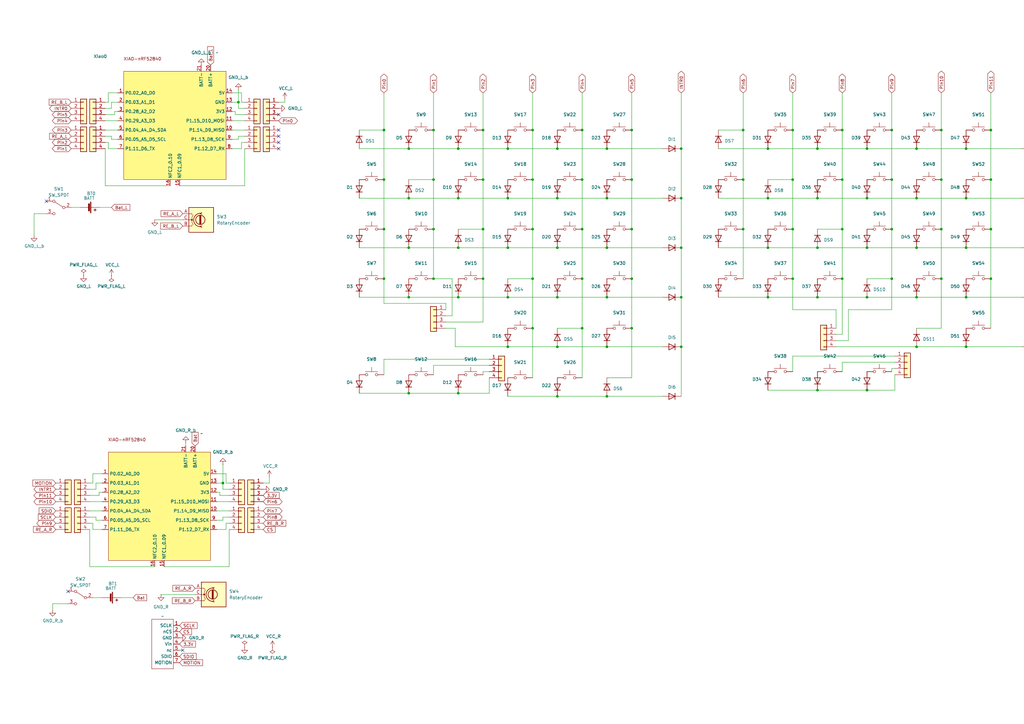
<source format=kicad_sch>
(kicad_sch (version 20250114) (generator "eeschema") (generator_version "9.0")
  (paper "A3")
  (title_block (title "nofy"))
  (junction (at 355.6 60.96))
  (junction (at 426.72 60.96))
  (junction (at 248.92 101.6))
  (junction (at 396.24 121.92))
  (junction (at 198.12 53.34))
  (junction (at 218.44 73.66))
  (junction (at 314.96 121.92))
  (junction (at 314.96 60.96))
  (junction (at 304.8 73.66))
  (junction (at 228.6 142.24))
  (junction (at 167.64 101.6))
  (junction (at 335.28 160.02))
  (junction (at 325.12 53.34))
  (junction (at 406.4 53.34))
  (junction (at 375.92 121.92))
  (junction (at 396.24 101.6))
  (junction (at 279.4 142.24))
  (junction (at 208.28 121.92))
  (junction (at 167.64 81.28))
  (junction (at 386.08 114.3))
  (junction (at 228.6 81.28))
  (junction (at 238.76 73.66))
  (junction (at 238.76 53.34))
  (junction (at 304.8 53.34))
  (junction (at 259.08 93.98))
  (junction (at 406.4 73.66))
  (junction (at 314.96 101.6))
  (junction (at 177.8 114.3))
  (junction (at 335.28 60.96))
  (junction (at 259.08 134.62))
  (junction (at 375.92 81.28))
  (junction (at 345.44 73.66))
  (junction (at 198.12 114.3))
  (junction (at 279.4 60.96))
  (junction (at 187.96 60.96))
  (junction (at 325.12 93.98))
  (junction (at 167.64 161.29))
  (junction (at 355.6 101.6))
  (junction (at 228.6 121.92))
  (junction (at 279.4 81.28))
  (junction (at 345.44 53.34))
  (junction (at 406.4 114.3))
  (junction (at 375.92 60.96))
  (junction (at 208.28 81.28))
  (junction (at 259.08 73.66))
  (junction (at 198.12 73.66))
  (junction (at 208.28 60.96))
  (junction (at 187.96 101.6))
  (junction (at 314.96 81.28))
  (junction (at 218.44 134.62))
  (junction (at 248.92 142.24))
  (junction (at 335.28 101.6))
  (junction (at 238.76 93.98))
  (junction (at 426.72 101.6))
  (junction (at 279.4 121.92))
  (junction (at 187.96 81.28))
  (junction (at 187.96 161.29))
  (junction (at 218.44 93.98))
  (junction (at 345.44 93.98))
  (junction (at 177.8 73.66))
  (junction (at 157.48 114.3))
  (junction (at 248.92 60.96))
  (junction (at 345.44 114.3))
  (junction (at 91.44 198.12))
  (junction (at 386.08 53.34))
  (junction (at 355.6 160.02))
  (junction (at 177.8 93.98))
  (junction (at 208.28 142.24))
  (junction (at 355.6 121.92))
  (junction (at 259.08 114.3))
  (junction (at 218.44 114.3))
  (junction (at 228.6 60.96))
  (junction (at 386.08 73.66))
  (junction (at 187.96 121.92))
  (junction (at 335.28 81.28))
  (junction (at 406.4 93.98))
  (junction (at 386.08 93.98))
  (junction (at 218.44 53.34))
  (junction (at 167.64 60.96))
  (junction (at 335.28 121.92))
  (junction (at 238.76 134.62))
  (junction (at 365.76 53.34))
  (junction (at 375.92 101.6))
  (junction (at 157.48 73.66))
  (junction (at 355.6 81.28))
  (junction (at 198.12 93.98))
  (junction (at 177.8 53.34))
  (junction (at 325.12 73.66))
  (junction (at 304.8 93.98))
  (junction (at 248.92 81.28))
  (junction (at 365.76 93.98))
  (junction (at 157.48 93.98))
  (junction (at 248.92 162.56))
  (junction (at 396.24 81.28))
  (junction (at 396.24 60.96))
  (junction (at 279.4 101.6))
  (junction (at 167.64 121.92))
  (junction (at 228.6 162.56))
  (junction (at 426.72 121.92))
  (junction (at 157.48 53.34))
  (junction (at 325.12 114.3))
  (junction (at 365.76 73.66))
  (junction (at 97.79 41.91))
  (junction (at 365.76 114.3))
  (junction (at 396.24 142.24))
  (junction (at 228.6 101.6))
  (junction (at 259.08 53.34))
  (junction (at 238.76 114.3))
  (junction (at 375.92 142.24))
  (junction (at 248.92 121.92))
  (junction (at 208.28 101.6))
  (junction (at 426.72 81.28))
  (no_connect (at 114.3 60.96))
  (no_connect (at 27.94 242.57))
  (no_connect (at 114.3 55.88))
  (no_connect (at 19.05 82.55))
  (no_connect (at 114.3 46.99))
  (no_connect (at 74.93 266.7))
  (no_connect (at 114.3 53.34))
  (no_connect (at 114.3 58.42))
  (wire (pts (xy 259.08 114.3) (xy 259.08 134.62)))
  (wire (pts (xy 91.44 200.66) (xy 93.98 200.66)))
  (wire (pts (xy 367.03 146.05) (xy 325.12 146.05)))
  (wire (pts (xy 228.6 142.24) (xy 248.92 142.24)))
  (wire (pts (xy 238.76 114.3) (xy 238.76 134.62)))
  (wire (pts (xy 365.76 93.98) (xy 365.76 114.3)))
  (wire (pts (xy 95.25 45.72) (xy 96.52 45.72)))
  (wire (pts (xy 208.28 60.96) (xy 228.6 60.96)))
  (wire (pts (xy 167.64 101.6) (xy 187.96 101.6)))
  (wire (pts (xy 167.64 161.29) (xy 187.96 161.29)))
  (wire (pts (xy 187.96 60.96) (xy 208.28 60.96)))
  (wire (pts (xy 325.12 38.1) (xy 325.12 53.34)))
  (wire (pts (xy 218.44 134.62) (xy 218.44 154.94)))
  (wire (pts (xy 95.25 57.15) (xy 97.79 57.15)))
  (wire (pts (xy 67.31 232.41) (xy 93.98 232.41)))
  (wire (pts (xy 279.4 38.1) (xy 279.4 60.96)))
  (wire (pts (xy 13.97 87.63) (xy 13.97 96.52)))
  (wire (pts (xy 271.78 162.56) (xy 248.92 162.56)))
  (wire (pts (xy 36.83 203.2) (xy 40.64 203.2)))
  (wire (pts (xy 99.06 60.96) (xy 99.06 58.42)))
  (wire (pts (xy 325.12 127) (xy 325.12 114.3)))
  (wire (pts (xy 167.64 121.92) (xy 187.96 121.92)))
  (wire (pts (xy 88.9 205.74) (xy 93.98 205.74)))
  (wire (pts (xy 228.6 60.96) (xy 248.92 60.96)))
  (wire (pts (xy 314.96 60.96) (xy 335.28 60.96)))
  (wire (pts (xy 36.83 217.17) (xy 36.83 232.41)))
  (wire (pts (xy 314.96 121.92) (xy 335.28 121.92)))
  (wire (pts (xy 186.69 134.62) (xy 186.69 142.24)))
  (wire (pts (xy 40.64 201.93) (xy 40.64 203.2)))
  (wire (pts (xy 228.6 134.62) (xy 238.76 134.62)))
  (wire (pts (xy 271.78 142.24) (xy 248.92 142.24)))
  (wire (pts (xy 406.4 53.34) (xy 406.4 73.66)))
  (wire (pts (xy 177.8 73.66) (xy 177.8 93.98)))
  (wire (pts (xy 187.96 121.92) (xy 208.28 121.92)))
  (wire (pts (xy 259.08 93.98) (xy 259.08 114.3)))
  (wire (pts (xy 95.25 60.96) (xy 99.06 60.96)))
  (wire (pts (xy 279.4 60.96) (xy 279.4 81.28)))
  (wire (pts (xy 304.8 38.1) (xy 304.8 53.34)))
  (wire (pts (xy 44.45 41.91) (xy 43.18 41.91)))
  (wire (pts (xy 325.12 53.34) (xy 325.12 73.66)))
  (wire (pts (xy 238.76 73.66) (xy 238.76 93.98)))
  (wire (pts (xy 99.06 41.91) (xy 100.33 41.91)))
  (wire (pts (xy 48.26 57.15) (xy 45.72 57.15)))
  (wire (pts (xy 271.78 101.6) (xy 248.92 101.6)))
  (wire (pts (xy 116.84 40.64) (xy 116.84 41.91)))
  (wire (pts (xy 88.9 194.31) (xy 92.71 194.31)))
  (wire (pts (xy 38.1 214.63) (xy 36.83 214.63)))
  (wire (pts (xy 177.8 153.67) (xy 177.8 149.86)))
  (wire (pts (xy 49.53 245.11) (xy 54.61 245.11)))
  (wire (pts (xy 147.32 121.92) (xy 167.64 121.92)))
  (wire (pts (xy 365.76 73.66) (xy 365.76 93.98)))
  (wire (pts (xy 208.28 101.6) (xy 228.6 101.6)))
  (wire (pts (xy 426.72 121.92) (xy 426.72 142.24)))
  (wire (pts (xy 304.8 93.98) (xy 304.8 114.3)))
  (wire (pts (xy 426.72 38.1) (xy 426.72 60.96)))
  (wire (pts (xy 100.33 76.2) (xy 100.33 60.96)))
  (wire (pts (xy 38.1 245.11) (xy 41.91 245.11)))
  (wire (pts (xy 335.28 60.96) (xy 355.6 60.96)))
  (wire (pts (xy 200.66 147.32) (xy 157.48 147.32)))
  (wire (pts (xy 406.4 38.1) (xy 406.4 53.34)))
  (wire (pts (xy 294.64 53.34) (xy 304.8 53.34)))
  (wire (pts (xy 88.9 201.93) (xy 90.17 201.93)))
  (wire (pts (xy 44.45 38.1) (xy 44.45 41.91)))
  (wire (pts (xy 304.8 53.34) (xy 304.8 73.66)))
  (wire (pts (xy 200.66 161.29) (xy 187.96 161.29)))
  (wire (pts (xy 157.48 53.34) (xy 157.48 73.66)))
  (wire (pts (xy 218.44 38.1) (xy 218.44 53.34)))
  (wire (pts (xy 45.72 55.88) (xy 43.18 55.88)))
  (wire (pts (xy 36.83 209.55) (xy 41.91 209.55)))
  (wire (pts (xy 167.64 81.28) (xy 187.96 81.28)))
  (wire (pts (xy 294.64 60.96) (xy 314.96 60.96)))
  (wire (pts (xy 248.92 154.94) (xy 259.08 154.94)))
  (wire (pts (xy 347.98 127) (xy 365.76 127)))
  (wire (pts (xy 21.59 247.65) (xy 21.59 250.19)))
  (wire (pts (xy 63.5 90.17) (xy 74.93 90.17)))
  (wire (pts (xy 96.52 46.99) (xy 100.33 46.99)))
  (wire (pts (xy 177.8 53.34) (xy 177.8 73.66)))
  (wire (pts (xy 325.12 93.98) (xy 325.12 114.3)))
  (wire (pts (xy 314.96 101.6) (xy 335.28 101.6)))
  (wire (pts (xy 345.44 73.66) (xy 345.44 93.98)))
  (wire (pts (xy 419.1 121.92) (xy 396.24 121.92)))
  (wire (pts (xy 325.12 73.66) (xy 325.12 93.98)))
  (wire (pts (xy 208.28 81.28) (xy 228.6 81.28)))
  (wire (pts (xy 386.08 73.66) (xy 386.08 93.98)))
  (wire (pts (xy 185.42 129.54) (xy 185.42 114.3)))
  (wire (pts (xy 279.4 81.28) (xy 279.4 101.6)))
  (wire (pts (xy 95.25 38.1) (xy 99.06 38.1)))
  (wire (pts (xy 147.32 53.34) (xy 157.48 53.34)))
  (wire (pts (xy 406.4 114.3) (xy 406.4 134.62)))
  (wire (pts (xy 259.08 134.62) (xy 259.08 154.94)))
  (wire (pts (xy 335.28 121.92) (xy 355.6 121.92)))
  (wire (pts (xy 73.66 76.2) (xy 100.33 76.2)))
  (wire (pts (xy 39.37 213.36) (xy 39.37 212.09)))
  (wire (pts (xy 45.72 57.15) (xy 45.72 55.88)))
  (wire (pts (xy 38.1 194.31) (xy 38.1 198.12)))
  (wire (pts (xy 182.88 134.62) (xy 186.69 134.62)))
  (wire (pts (xy 386.08 38.1) (xy 386.08 53.34)))
  (wire (pts (xy 39.37 212.09) (xy 36.83 212.09)))
  (wire (pts (xy 345.44 53.34) (xy 345.44 73.66)))
  (wire (pts (xy 19.05 87.63) (xy 13.97 87.63)))
  (wire (pts (xy 27.94 247.65) (xy 21.59 247.65)))
  (wire (pts (xy 147.32 101.6) (xy 167.64 101.6)))
  (wire (pts (xy 41.91 198.12) (xy 39.37 198.12)))
  (wire (pts (xy 45.72 44.45) (xy 43.18 44.45)))
  (wire (pts (xy 228.6 81.28) (xy 248.92 81.28)))
  (wire (pts (xy 347.98 139.7) (xy 342.9 139.7)))
  (wire (pts (xy 279.4 142.24) (xy 279.4 162.56)))
  (wire (pts (xy 198.12 93.98) (xy 198.12 114.3)))
  (wire (pts (xy 228.6 162.56) (xy 248.92 162.56)))
  (wire (pts (xy 45.72 41.91) (xy 45.72 44.45)))
  (wire (pts (xy 91.44 212.09) (xy 93.98 212.09)))
  (wire (pts (xy 43.18 76.2) (xy 43.18 60.96)))
  (wire (pts (xy 187.96 93.98) (xy 198.12 93.98)))
  (wire (pts (xy 41.91 201.93) (xy 40.64 201.93)))
  (wire (pts (xy 259.08 73.66) (xy 259.08 93.98)))
  (wire (pts (xy 167.64 60.96) (xy 187.96 60.96)))
  (wire (pts (xy 304.8 73.66) (xy 304.8 93.98)))
  (wire (pts (xy 365.76 38.1) (xy 365.76 53.34)))
  (wire (pts (xy 76.2 181.61) (xy 76.2 182.88)))
  (wire (pts (xy 182.88 124.46) (xy 157.48 124.46)))
  (wire (pts (xy 44.45 60.96) (xy 44.45 58.42)))
  (wire (pts (xy 345.44 114.3) (xy 345.44 137.16)))
  (wire (pts (xy 44.45 58.42) (xy 43.18 58.42)))
  (wire (pts (xy 355.6 60.96) (xy 375.92 60.96)))
  (wire (pts (xy 342.9 142.24) (xy 375.92 142.24)))
  (wire (pts (xy 99.06 58.42) (xy 100.33 58.42)))
  (wire (pts (xy 177.8 93.98) (xy 177.8 114.3)))
  (wire (pts (xy 110.49 198.12) (xy 110.49 195.58)))
  (wire (pts (xy 386.08 53.34) (xy 386.08 73.66)))
  (wire (pts (xy 426.72 101.6) (xy 426.72 121.92)))
  (wire (pts (xy 95.25 41.91) (xy 97.79 41.91)))
  (wire (pts (xy 375.92 81.28) (xy 396.24 81.28)))
  (wire (pts (xy 177.8 149.86) (xy 200.66 149.86)))
  (wire (pts (xy 279.4 121.92) (xy 279.4 142.24)))
  (wire (pts (xy 187.96 101.6) (xy 208.28 101.6)))
  (wire (pts (xy 91.44 198.12) (xy 91.44 200.66)))
  (wire (pts (xy 91.44 190.5) (xy 91.44 198.12)))
  (wire (pts (xy 294.64 121.92) (xy 314.96 121.92)))
  (wire (pts (xy 66.04 243.84) (xy 80.01 243.84)))
  (wire (pts (xy 342.9 127) (xy 342.9 134.62)))
  (wire (pts (xy 48.26 60.96) (xy 44.45 60.96)))
  (wire (pts (xy 419.1 81.28) (xy 396.24 81.28)))
  (wire (pts (xy 259.08 53.34) (xy 259.08 73.66)))
  (wire (pts (xy 271.78 60.96) (xy 248.92 60.96)))
  (wire (pts (xy 419.1 142.24) (xy 396.24 142.24)))
  (wire (pts (xy 38.1 198.12) (xy 36.83 198.12)))
  (wire (pts (xy 48.26 38.1) (xy 44.45 38.1)))
  (wire (pts (xy 92.71 217.17) (xy 92.71 214.63)))
  (wire (pts (xy 200.66 154.94) (xy 200.66 161.29)))
  (wire (pts (xy 97.79 41.91) (xy 97.79 44.45)))
  (wire (pts (xy 419.1 101.6) (xy 396.24 101.6)))
  (wire (pts (xy 157.48 93.98) (xy 157.48 114.3)))
  (wire (pts (xy 355.6 114.3) (xy 365.76 114.3)))
  (wire (pts (xy 345.44 137.16) (xy 342.9 137.16)))
  (wire (pts (xy 355.6 101.6) (xy 375.92 101.6)))
  (wire (pts (xy 88.9 198.12) (xy 91.44 198.12)))
  (wire (pts (xy 375.92 142.24) (xy 396.24 142.24)))
  (wire (pts (xy 208.28 114.3) (xy 218.44 114.3)))
  (wire (pts (xy 36.83 205.74) (xy 41.91 205.74)))
  (wire (pts (xy 335.28 101.6) (xy 355.6 101.6)))
  (wire (pts (xy 177.8 38.1) (xy 177.8 53.34)))
  (wire (pts (xy 386.08 93.98) (xy 386.08 114.3)))
  (wire (pts (xy 365.76 151.13) (xy 365.76 152.4)))
  (wire (pts (xy 238.76 53.34) (xy 238.76 73.66)))
  (wire (pts (xy 107.95 198.12) (xy 110.49 198.12)))
  (wire (pts (xy 91.44 213.36) (xy 91.44 212.09)))
  (wire (pts (xy 92.71 198.12) (xy 93.98 198.12)))
  (wire (pts (xy 218.44 114.3) (xy 218.44 134.62)))
  (wire (pts (xy 238.76 93.98) (xy 238.76 114.3)))
  (wire (pts (xy 406.4 73.66) (xy 406.4 93.98)))
  (wire (pts (xy 147.32 60.96) (xy 167.64 60.96)))
  (wire (pts (xy 97.79 55.88) (xy 100.33 55.88)))
  (wire (pts (xy 90.17 201.93) (xy 90.17 203.2)))
  (wire (pts (xy 228.6 101.6) (xy 248.92 101.6)))
  (wire (pts (xy 375.92 134.62) (xy 386.08 134.62)))
  (wire (pts (xy 208.28 142.24) (xy 228.6 142.24)))
  (wire (pts (xy 426.72 81.28) (xy 426.72 101.6)))
  (wire (pts (xy 218.44 93.98) (xy 218.44 114.3)))
  (wire (pts (xy 41.91 217.17) (xy 38.1 217.17)))
  (wire (pts (xy 335.28 160.02) (xy 355.6 160.02)))
  (wire (pts (xy 95.25 53.34) (xy 100.33 53.34)))
  (wire (pts (xy 88.9 217.17) (xy 92.71 217.17)))
  (wire (pts (xy 185.42 114.3) (xy 177.8 114.3)))
  (wire (pts (xy 325.12 146.05) (xy 325.12 152.4)))
  (wire (pts (xy 99.06 38.1) (xy 99.06 41.91)))
  (wire (pts (xy 93.98 217.17) (xy 93.98 232.41)))
  (wire (pts (xy 198.12 38.1) (xy 198.12 53.34)))
  (wire (pts (xy 271.78 81.28) (xy 248.92 81.28)))
  (wire (pts (xy 365.76 127) (xy 365.76 114.3)))
  (wire (pts (xy 198.12 73.66) (xy 198.12 93.98)))
  (wire (pts (xy 345.44 38.1) (xy 345.44 53.34)))
  (wire (pts (xy 259.08 38.1) (xy 259.08 53.34)))
  (wire (pts (xy 208.28 162.56) (xy 228.6 162.56)))
  (wire (pts (xy 46.99 45.72) (xy 46.99 46.99)))
  (wire (pts (xy 367.03 148.59) (xy 345.44 148.59)))
  (wire (pts (xy 426.72 60.96) (xy 426.72 81.28)))
  (wire (pts (xy 238.76 134.62) (xy 238.76 154.94)))
  (wire (pts (xy 90.17 203.2) (xy 93.98 203.2)))
  (wire (pts (xy 182.88 127) (xy 182.88 124.46)))
  (wire (pts (xy 43.18 53.34) (xy 48.26 53.34)))
  (wire (pts (xy 200.66 152.4) (xy 198.12 152.4)))
  (wire (pts (xy 365.76 53.34) (xy 365.76 73.66)))
  (wire (pts (xy 294.64 81.28) (xy 314.96 81.28)))
  (wire (pts (xy 198.12 152.4) (xy 198.12 153.67)))
  (wire (pts (xy 182.88 129.54) (xy 185.42 129.54)))
  (wire (pts (xy 335.28 81.28) (xy 355.6 81.28)))
  (wire (pts (xy 375.92 101.6) (xy 396.24 101.6)))
  (wire (pts (xy 114.3 41.91) (xy 116.84 41.91)))
  (wire (pts (xy 279.4 101.6) (xy 279.4 121.92)))
  (wire (pts (xy 157.48 38.1) (xy 157.48 53.34)))
  (wire (pts (xy 167.64 73.66) (xy 177.8 73.66)))
  (wire (pts (xy 294.64 101.6) (xy 314.96 101.6)))
  (wire (pts (xy 342.9 127) (xy 325.12 127)))
  (wire (pts (xy 347.98 127) (xy 347.98 139.7)))
  (wire (pts (xy 375.92 60.96) (xy 396.24 60.96)))
  (wire (pts (xy 186.69 142.24) (xy 208.28 142.24)))
  (wire (pts (xy 335.28 93.98) (xy 345.44 93.98)))
  (wire (pts (xy 355.6 121.92) (xy 375.92 121.92)))
  (wire (pts (xy 208.28 121.92) (xy 228.6 121.92)))
  (wire (pts (xy 157.48 147.32) (xy 157.48 153.67)))
  (wire (pts (xy 97.79 44.45) (xy 100.33 44.45)))
  (wire (pts (xy 48.26 41.91) (xy 45.72 41.91)))
  (wire (pts (xy 157.48 124.46) (xy 157.48 114.3)))
  (wire (pts (xy 345.44 148.59) (xy 345.44 152.4)))
  (wire (pts (xy 38.1 217.17) (xy 38.1 214.63)))
  (wire (pts (xy 147.32 81.28) (xy 167.64 81.28)))
  (wire (pts (xy 96.52 45.72) (xy 96.52 46.99)))
  (wire (pts (xy 43.18 49.53) (xy 48.26 49.53)))
  (wire (pts (xy 41.91 213.36) (xy 39.37 213.36)))
  (wire (pts (xy 48.26 45.72) (xy 46.99 45.72)))
  (wire (pts (xy 218.44 53.34) (xy 218.44 73.66)))
  (wire (pts (xy 43.18 46.99) (xy 46.99 46.99)))
  (wire (pts (xy 406.4 93.98) (xy 406.4 114.3)))
  (wire (pts (xy 314.96 81.28) (xy 335.28 81.28)))
  (wire (pts (xy 228.6 121.92) (xy 248.92 121.92)))
  (wire (pts (xy 69.85 76.2) (xy 43.18 76.2)))
  (wire (pts (xy 97.79 36.83) (xy 97.79 41.91)))
  (wire (pts (xy 92.71 214.63) (xy 93.98 214.63)))
  (wire (pts (xy 182.88 132.08) (xy 198.12 132.08)))
  (wire (pts (xy 40.64 85.09) (xy 45.72 85.09)))
  (wire (pts (xy 198.12 53.34) (xy 198.12 73.66)))
  (wire (pts (xy 367.03 151.13) (xy 365.76 151.13)))
  (wire (pts (xy 218.44 73.66) (xy 218.44 93.98)))
  (wire (pts (xy 314.96 73.66) (xy 325.12 73.66)))
  (wire (pts (xy 41.91 194.31) (xy 38.1 194.31)))
  (wire (pts (xy 198.12 132.08) (xy 198.12 114.3)))
  (wire (pts (xy 63.5 232.41) (xy 36.83 232.41)))
  (wire (pts (xy 147.32 161.29) (xy 167.64 161.29)))
  (wire (pts (xy 367.03 160.02) (xy 367.03 153.67)))
  (wire (pts (xy 74.93 266.7) (xy 73.66 266.7)))
  (wire (pts (xy 95.25 49.53) (xy 100.33 49.53)))
  (wire (pts (xy 88.9 213.36) (xy 91.44 213.36)))
  (wire (pts (xy 419.1 60.96) (xy 396.24 60.96)))
  (wire (pts (xy 97.79 57.15) (xy 97.79 55.88)))
  (wire (pts (xy 238.76 38.1) (xy 238.76 53.34)))
  (wire (pts (xy 314.96 160.02) (xy 335.28 160.02)))
  (wire (pts (xy 375.92 121.92) (xy 396.24 121.92)))
  (wire (pts (xy 29.21 85.09) (xy 33.02 85.09)))
  (wire (pts (xy 345.44 93.98) (xy 345.44 114.3)))
  (wire (pts (xy 157.48 73.66) (xy 157.48 93.98)))
  (wire (pts (xy 92.71 194.31) (xy 92.71 198.12)))
  (wire (pts (xy 39.37 198.12) (xy 39.37 200.66)))
  (wire (pts (xy 88.9 209.55) (xy 93.98 209.55)))
  (wire (pts (xy 355.6 160.02) (xy 367.03 160.02)))
  (wire (pts (xy 39.37 200.66) (xy 36.83 200.66)))
  (wire (pts (xy 386.08 114.3) (xy 386.08 134.62)))
  (wire (pts (xy 355.6 81.28) (xy 375.92 81.28)))
  (wire (pts (xy 271.78 121.92) (xy 248.92 121.92)))
  (wire (pts (xy 187.96 81.28) (xy 208.28 81.28)))
  (global_label "Pin4" (shape bidirectional) (at 29.21 49.53 180) (property "Intersheetrefs" "${INTERSHEET_REFS}" (effects (hide yes))))
  (global_label "RE_A_L" (shape input) (at 74.93 87.63 180) (property "Intersheetrefs" "${INTERSHEET_REFS}" (effects (hide yes))))
  (global_label "RE_A_R" (shape input) (at 22.86 217.17 180) (property "Intersheetrefs" "${INTERSHEET_REFS}" (effects (hide yes))))
  (global_label "3.3V" (shape input) (at 73.66 264.16 0) (property "Intersheetrefs" "${INTERSHEET_REFS}" (effects (hide yes))))
  (global_label "Bat_L" (shape input) (at 86.36 26.67 90) (property "Intersheetrefs" "${INTERSHEET_REFS}" (effects (hide yes))))
  (global_label "CS" (shape input) (at 73.66 259.08 0) (property "Intersheetrefs" "${INTERSHEET_REFS}" (effects (hide yes))))
  (global_label "Pin5" (shape bidirectional) (at 29.21 46.99 180) (property "Intersheetrefs" "${INTERSHEET_REFS}" (effects (hide yes))))
  (global_label "Pin6" (shape bidirectional) (at 107.95 205.74 0) (property "Intersheetrefs" "${INTERSHEET_REFS}" (effects (hide yes))))
  (global_label "SDIO" (shape input) (at 22.86 209.55 180) (property "Intersheetrefs" "${INTERSHEET_REFS}" (effects (hide yes))))
  (global_label "MOTION" (shape input) (at 73.66 271.78 0) (property "Intersheetrefs" "${INTERSHEET_REFS}" (effects (hide yes))))
  (global_label "Pin8" (shape bidirectional) (at 345.44 38.1 90) (property "Intersheetrefs" "${INTERSHEET_REFS}" (effects (hide yes))))
  (global_label "Pin9" (shape bidirectional) (at 22.86 214.63 180) (property "Intersheetrefs" "${INTERSHEET_REFS}" (effects (hide yes))))
  (global_label "INTR1" (shape bidirectional) (at 426.72 38.1 90) (property "Intersheetrefs" "${INTERSHEET_REFS}" (effects (hide yes))))
  (global_label "Pin7" (shape bidirectional) (at 107.95 209.55 0) (property "Intersheetrefs" "${INTERSHEET_REFS}" (effects (hide yes))))
  (global_label "Bat_L" (shape input) (at 45.72 85.09 0) (property "Intersheetrefs" "${INTERSHEET_REFS}" (effects (hide yes))))
  (global_label "Pin9" (shape bidirectional) (at 365.76 38.1 90) (property "Intersheetrefs" "${INTERSHEET_REFS}" (effects (hide yes))))
  (global_label "Pin4" (shape bidirectional) (at 238.76 38.1 90) (property "Intersheetrefs" "${INTERSHEET_REFS}" (effects (hide yes))))
  (global_label "Pin2" (shape bidirectional) (at 29.21 58.42 180) (property "Intersheetrefs" "${INTERSHEET_REFS}" (effects (hide yes))))
  (global_label "RE_B_R" (shape input) (at 80.01 246.38 180) (property "Intersheetrefs" "${INTERSHEET_REFS}" (effects (hide yes))))
  (global_label "Bat" (shape input) (at 80.01 182.88 90) (property "Intersheetrefs" "${INTERSHEET_REFS}" (effects (hide yes))))
  (global_label "Pin5" (shape bidirectional) (at 259.08 38.1 90) (property "Intersheetrefs" "${INTERSHEET_REFS}" (effects (hide yes))))
  (global_label "MOTION" (shape input) (at 22.86 198.12 180) (property "Intersheetrefs" "${INTERSHEET_REFS}" (effects (hide yes))))
  (global_label "RE_A_R" (shape input) (at 80.01 241.3 180) (property "Intersheetrefs" "${INTERSHEET_REFS}" (effects (hide yes))))
  (global_label "SDIO" (shape input) (at 73.66 269.24 0) (property "Intersheetrefs" "${INTERSHEET_REFS}" (effects (hide yes))))
  (global_label "Pin1" (shape bidirectional) (at 29.21 60.96 180) (property "Intersheetrefs" "${INTERSHEET_REFS}" (effects (hide yes))))
  (global_label "Pin8" (shape bidirectional) (at 107.95 212.09 0) (property "Intersheetrefs" "${INTERSHEET_REFS}" (effects (hide yes))))
  (global_label "RE_A_L" (shape input) (at 29.21 55.88 180) (property "Intersheetrefs" "${INTERSHEET_REFS}" (effects (hide yes))))
  (global_label "INTR0" (shape bidirectional) (at 29.21 44.45 180) (property "Intersheetrefs" "${INTERSHEET_REFS}" (effects (hide yes))))
  (global_label "Pin7" (shape bidirectional) (at 325.12 38.1 90) (property "Intersheetrefs" "${INTERSHEET_REFS}" (effects (hide yes))))
  (global_label "SCLK" (shape input) (at 22.86 212.09 180) (property "Intersheetrefs" "${INTERSHEET_REFS}" (effects (hide yes))))
  (global_label "3.3V" (shape input) (at 107.95 203.2 0) (property "Intersheetrefs" "${INTERSHEET_REFS}" (effects (hide yes))))
  (global_label "RE_B_L" (shape input) (at 74.93 92.71 180) (property "Intersheetrefs" "${INTERSHEET_REFS}" (effects (hide yes))))
  (global_label "Pin0" (shape bidirectional) (at 114.3 49.53 0) (property "Intersheetrefs" "${INTERSHEET_REFS}" (effects (hide yes))))
  (global_label "Pin10" (shape bidirectional) (at 22.86 205.74 180) (property "Intersheetrefs" "${INTERSHEET_REFS}" (effects (hide yes))))
  (global_label "Bat" (shape input) (at 54.61 245.11 0) (property "Intersheetrefs" "${INTERSHEET_REFS}" (effects (hide yes))))
  (global_label "RE_B_R" (shape input) (at 107.95 214.63 0) (property "Intersheetrefs" "${INTERSHEET_REFS}" (effects (hide yes))))
  (global_label "Pin6" (shape bidirectional) (at 304.8 38.1 90) (property "Intersheetrefs" "${INTERSHEET_REFS}" (effects (hide yes))))
  (global_label "Pin0" (shape bidirectional) (at 157.48 38.1 90) (property "Intersheetrefs" "${INTERSHEET_REFS}" (effects (hide yes))))
  (global_label "Pin10" (shape bidirectional) (at 386.08 38.1 90) (property "Intersheetrefs" "${INTERSHEET_REFS}" (effects (hide yes))))
  (global_label "Pin2" (shape bidirectional) (at 198.12 38.1 90) (property "Intersheetrefs" "${INTERSHEET_REFS}" (effects (hide yes))))
  (global_label "SCLK" (shape input) (at 73.66 256.54 0) (property "Intersheetrefs" "${INTERSHEET_REFS}" (effects (hide yes))))
  (global_label "Pin3" (shape bidirectional) (at 218.44 38.1 90) (property "Intersheetrefs" "${INTERSHEET_REFS}" (effects (hide yes))))
  (global_label "INTR1" (shape bidirectional) (at 22.86 200.66 180) (property "Intersheetrefs" "${INTERSHEET_REFS}" (effects (hide yes))))
  (global_label "Pin3" (shape bidirectional) (at 29.21 53.34 180) (property "Intersheetrefs" "${INTERSHEET_REFS}" (effects (hide yes))))
  (global_label "CS" (shape input) (at 107.95 217.17 0) (property "Intersheetrefs" "${INTERSHEET_REFS}" (effects (hide yes))))
  (global_label "Pin11" (shape bidirectional) (at 406.4 38.1 90) (property "Intersheetrefs" "${INTERSHEET_REFS}" (effects (hide yes))))
  (global_label "Pin11" (shape bidirectional) (at 22.86 203.2 180) (property "Intersheetrefs" "${INTERSHEET_REFS}" (effects (hide yes))))
  (global_label "INTR0" (shape bidirectional) (at 279.4 38.1 90) (property "Intersheetrefs" "${INTERSHEET_REFS}" (effects (hide yes))))
  (global_label "RE_B_L" (shape input) (at 29.21 41.91 180) (property "Intersheetrefs" "${INTERSHEET_REFS}" (effects (hide yes))))
  (global_label "Pin1" (shape bidirectional) (at 177.8 38.1 90) (property "Intersheetrefs" "${INTERSHEET_REFS}" (effects (hide yes))))
  (symbol (lib_id "Diode:1N4148") (at 314.96 77.47 90) (mirror x) (unit 1)
    (property "Reference" "DS8" (at 317.5 78.105 90) (effects (justify right)))
    (property "Value" "D" (effects (hide yes)))
    (property "Footprint" "_kicad_footprints:Diode_SMD" (effects (hide yes)))
    (property "Datasheet" "https://assets.nexperia.com/documents/data-sheet/1N4148_1N4448.pdf" (effects (hide yes)))
    (property "Sim.Device" "D" (effects (hide yes)))
    (property "Sim.Pins" "1=K 2=A" (effects (hide yes)))
  )
  (symbol (lib_id "nofy:PIn1x4") (at 99.06 219.71 0) (unit 1)
    (property "Reference" "Con_L_15" (effects (hide yes)))
    (property "Value" "PIn1x4" (effects (hide yes)))
    (property "Footprint" "nofy:Pin1x4" (effects (hide yes)))
  )
  (symbol (lib_id "Diode:1N4148") (at 294.64 57.15 90) (mirror x) (unit 1)
    (property "Reference" "DS7" (at 297.18 57.785 90) (effects (justify right)))
    (property "Value" "D" (effects (hide yes)))
    (property "Footprint" "_kicad_footprints:Diode_SMD" (effects (hide yes)))
    (property "Datasheet" "https://assets.nexperia.com/documents/data-sheet/1N4148_1N4448.pdf" (effects (hide yes)))
    (property "Sim.Device" "D" (effects (hide yes)))
    (property "Sim.Pins" "1=K 2=A" (effects (hide yes)))
  )
  (symbol (lib_id "power:GND") (at 34.29 113.03 0) (unit 1)
    (property "Reference" "#PWR03" (effects (hide yes)))
    (property "Value" "GND_L" (at 34.417 117.4242 0))
  )
  (symbol (lib_id "Diode:1N4148") (at 228.6 118.11 270) (mirror x) (unit 1)
    (property "Reference" "D21" (at 226.06 117.475 90) (effects (justify right)))
    (property "Value" "D" (effects (hide yes)))
    (property "Footprint" "_kicad_footprints:Diode_SMD" (effects (hide yes)))
    (property "Datasheet" "https://assets.nexperia.com/documents/data-sheet/1N4148_1N4448.pdf" (effects (hide yes)))
    (property "Sim.Device" "D" (effects (hide yes)))
    (property "Sim.Pins" "1=K 2=A" (effects (hide yes)))
  )
  (symbol (lib_id "nofy:PIn1x4") (at 102.87 208.28 0) (mirror y) (unit 1)
    (property "Reference" "Con_L_12" (effects (hide yes)))
    (property "Value" "PIn1x4" (effects (hide yes)))
    (property "Footprint" "nofy:Pin1x4" (effects (hide yes)))
  )
  (symbol (lib_id "Diode:1N4148") (at 375.92 77.47 270) (mirror x) (unit 1)
    (property "Reference" "D44" (at 373.38 76.835 90) (effects (justify right)))
    (property "Value" "D" (effects (hide yes)))
    (property "Footprint" "_kicad_footprints:Diode_SMD" (effects (hide yes)))
    (property "Datasheet" "https://assets.nexperia.com/documents/data-sheet/1N4148_1N4448.pdf" (effects (hide yes)))
    (property "Sim.Device" "D" (effects (hide yes)))
    (property "Sim.Pins" "1=K 2=A" (effects (hide yes)))
  )
  (symbol (lib_id "Switch:SW_Push") (at 254 73.66 0) (mirror y) (unit 1)
    (property "Reference" "SW28" (at 254 67.31 0))
    (property "Value" "SW_PUSH" (effects (hide yes)))
    (property "Footprint" "nofy:Choc_v2_Hotswap_1u_17mm" (effects (hide yes)))
  )
  (symbol (lib_id "Switch:SW_Push") (at 381 53.34 0) (mirror y) (unit 1)
    (property "Reference" "SW47" (at 381 46.99 0))
    (property "Value" "SW_PUSH" (effects (hide yes)))
    (property "Footprint" "nofy:Choc_v2_Hotswap_1u_17mm" (effects (hide yes)))
  )
  (symbol (lib_id "Switch:SW_Push") (at 401.32 134.62 0) (mirror y) (unit 1)
    (property "Reference" "SW55" (at 401.32 128.27 0))
    (property "Value" "SW_PUSH" (effects (hide yes)))
    (property "Footprint" "nofy:Choc_v2_Hotswap_1u_17mm" (effects (hide yes)))
  )
  (symbol (lib_id "Diode:1N4148") (at 355.6 97.79 270) (mirror x) (unit 1)
    (property "Reference" "D41" (at 353.06 97.155 90) (effects (justify right)))
    (property "Value" "D" (effects (hide yes)))
    (property "Footprint" "_kicad_footprints:Diode_SMD" (effects (hide yes)))
    (property "Datasheet" "https://assets.nexperia.com/documents/data-sheet/1N4148_1N4448.pdf" (effects (hide yes)))
    (property "Sim.Device" "D" (effects (hide yes)))
    (property "Sim.Pins" "1=K 2=A" (effects (hide yes)))
  )
  (symbol (lib_id "Diode:1N4148") (at 314.96 118.11 270) (mirror x) (unit 1)
    (property "Reference" "D33" (at 312.42 117.475 90) (effects (justify right)))
    (property "Value" "D" (effects (hide yes)))
    (property "Footprint" "_kicad_footprints:Diode_SMD" (effects (hide yes)))
    (property "Datasheet" "https://assets.nexperia.com/documents/data-sheet/1N4148_1N4448.pdf" (effects (hide yes)))
    (property "Sim.Device" "D" (effects (hide yes)))
    (property "Sim.Pins" "1=K 2=A" (effects (hide yes)))
  )
  (symbol (lib_id "Diode:1N4148") (at 355.6 156.21 270) (mirror x) (unit 1)
    (property "Reference" "D42" (at 353.06 155.575 90) (effects (justify right)))
    (property "Value" "D" (effects (hide yes)))
    (property "Footprint" "_kicad_footprints:Diode_SMD" (effects (hide yes)))
    (property "Datasheet" "https://assets.nexperia.com/documents/data-sheet/1N4148_1N4448.pdf" (effects (hide yes)))
    (property "Sim.Device" "D" (effects (hide yes)))
    (property "Sim.Pins" "1=K 2=A" (effects (hide yes)))
  )
  (symbol (lib_id "Switch:SW_Push") (at 360.68 73.66 0) (mirror y) (unit 1)
    (property "Reference" "SW44" (at 360.68 67.31 0))
    (property "Value" "SW_PUSH" (effects (hide yes)))
    (property "Footprint" "nofy:Choc_v2_Hotswap_1u_17mm" (effects (hide yes)))
  )
  (symbol (lib_id "Diode:1N4148") (at 275.59 81.28 0) (mirror y) (unit 1)
    (property "Reference" "DI2" (at 275.59 77.47 0))
    (property "Value" "D" (effects (hide yes)))
    (property "Footprint" "_kicad_footprints:Diode_SMD" (effects (hide yes)))
    (property "Datasheet" "https://assets.nexperia.com/documents/data-sheet/1N4148_1N4448.pdf" (effects (hide yes)))
    (property "Sim.Device" "D" (effects (hide yes)))
    (property "Sim.Pins" "1=K 2=A" (effects (hide yes)))
  )
  (symbol (lib_id "Diode:1N4148") (at 248.92 138.43 270) (mirror x) (unit 1)
    (property "Reference" "D27" (at 246.38 137.795 90) (effects (justify right)))
    (property "Value" "D" (effects (hide yes)))
    (property "Footprint" "_kicad_footprints:Diode_SMD" (effects (hide yes)))
    (property "Datasheet" "https://assets.nexperia.com/documents/data-sheet/1N4148_1N4448.pdf" (effects (hide yes)))
    (property "Sim.Device" "D" (effects (hide yes)))
    (property "Sim.Pins" "1=K 2=A" (effects (hide yes)))
  )
  (symbol (lib_id "Switch:SW_Push") (at 340.36 114.3 0) (mirror y) (unit 1)
    (property "Reference" "SW41" (at 340.36 107.95 0))
    (property "Value" "SW_PUSH" (effects (hide yes)))
    (property "Footprint" "nofy:Choc_v2_Hotswap_1u_17mm" (effects (hide yes)))
  )
  (symbol (lib_id "Switch:SW_Push") (at 233.68 53.34 0) (mirror y) (unit 1)
    (property "Reference" "SW22" (at 233.68 46.99 0))
    (property "Value" "SW_PUSH" (effects (hide yes)))
    (property "Footprint" "nofy:Choc_v2_Hotswap_1u_17mm" (effects (hide yes)))
  )
  (symbol (lib_id "Switch:SW_Push") (at 254 114.3 0) (mirror y) (unit 1)
    (property "Reference" "SW30" (at 254 107.95 0))
    (property "Value" "SW_PUSH" (effects (hide yes)))
    (property "Footprint" "nofy:Choc_v2_Hotswap_1u_17mm" (effects (hide yes)))
  )
  (symbol (lib_id "Switch:SW_Push") (at 320.04 114.3 0) (mirror y) (unit 1)
    (property "Reference" "SW37" (at 320.04 107.95 0))
    (property "Value" "SW_PUSH" (effects (hide yes)))
    (property "Footprint" "nofy:Choc_v2_Hotswap_1u_17mm" (effects (hide yes)))
  )
  (symbol (lib_id "Switch:SW_Push") (at 360.68 53.34 0) (mirror y) (unit 1)
    (property "Reference" "SW43" (at 360.68 46.99 0))
    (property "Value" "SW_PUSH" (effects (hide yes)))
    (property "Footprint" "nofy:Choc_v2_Hotswap_1u_17mm" (effects (hide yes)))
  )
  (symbol (lib_id "Device:RotaryEncoder") (at 87.63 243.84 0) (unit 1)
    (property "Reference" "SW4" (at 93.98 242.5699 0) (effects (justify left)))
    (property "Value" "RotaryEncoder" (at 93.98 245.1099 0) (effects (justify left)))
    (property "Footprint" "nofy:RotaryEncoder_EC12E" (effects (hide yes)))
    (property "Description" "Rotary encoder, dual channel, incremental quadrate outputs" (effects (hide yes)))
  )
  (symbol (lib_id "Diode:1N4148") (at 208.28 138.43 270) (mirror x) (unit 1)
    (property "Reference" "D16" (at 205.74 137.795 90) (effects (justify right)))
    (property "Value" "D" (effects (hide yes)))
    (property "Footprint" "_kicad_footprints:Diode_SMD" (effects (hide yes)))
    (property "Datasheet" "https://assets.nexperia.com/documents/data-sheet/1N4148_1N4448.pdf" (effects (hide yes)))
    (property "Sim.Device" "D" (effects (hide yes)))
    (property "Sim.Pins" "1=K 2=A" (effects (hide yes)))
  )
  (symbol (lib_name "GND_1") (lib_id "power:GND") (at 91.44 190.5 180) (unit 1)
    (property "Reference" "#PWR010" (effects (hide yes)))
    (property "Value" "GND_R_b" (at 91.44 185.42 0))
    (property "Description" "Power symbol creates a global label with name \"GND\" , ground" (effects (hide yes)))
  )
  (symbol (lib_id "Switch:SW_Push") (at 320.04 152.4 0) (mirror y) (unit 1)
    (property "Reference" "SW38" (at 320.04 146.05 0))
    (property "Value" "SW_PUSH" (effects (hide yes)))
    (property "Footprint" "nofy:Choc_v2_Hotswap_1u_17mm" (effects (hide yes)))
  )
  (symbol (lib_id "Diode:1N4148") (at 396.24 138.43 270) (mirror x) (unit 1)
    (property "Reference" "D51" (at 393.7 137.795 90) (effects (justify right)))
    (property "Value" "D" (effects (hide yes)))
    (property "Footprint" "_kicad_footprints:Diode_SMD" (effects (hide yes)))
    (property "Datasheet" "https://assets.nexperia.com/documents/data-sheet/1N4148_1N4448.pdf" (effects (hide yes)))
    (property "Sim.Device" "D" (effects (hide yes)))
    (property "Sim.Pins" "1=K 2=A" (effects (hide yes)))
  )
  (symbol (lib_id "Switch:SW_Push") (at 172.72 93.98 0) (mirror y) (unit 1)
    (property "Reference" "SW10" (at 172.72 87.63 0))
    (property "Value" "SW_PUSH" (effects (hide yes)))
    (property "Footprint" "nofy:Choc_v2_Hotswap_1u_17mm" (effects (hide yes)))
  )
  (symbol (lib_id "Switch:SW_Push") (at 320.04 93.98 0) (mirror y) (unit 1)
    (property "Reference" "SW36" (at 320.04 87.63 0))
    (property "Value" "SW_PUSH" (effects (hide yes)))
    (property "Footprint" "nofy:Choc_v2_Hotswap_1u_17mm" (effects (hide yes)))
  )
  (symbol (lib_id "nofy:PIn1x4") (at 109.22 63.5 0) (mirror y) (unit 1)
    (property "Reference" "Con_L_6" (effects (hide yes)))
    (property "Value" "PIn1x4" (effects (hide yes)))
    (property "Footprint" "nofy:Pin1x4" (effects (hide yes)))
  )
  (symbol (lib_id "Switch:SW_Push") (at 233.68 73.66 0) (mirror y) (unit 1)
    (property "Reference" "SW23" (at 233.68 67.31 0))
    (property "Value" "SW_PUSH" (effects (hide yes)))
    (property "Footprint" "nofy:Choc_v2_Hotswap_1u_17mm" (effects (hide yes)))
  )
  (symbol (lib_id "power:PWR_FLAG") (at 34.29 113.03 0) (unit 1)
    (property "Reference" "#FLG01" (effects (hide yes)))
    (property "Value" "PWR_FLAG_L" (at 34.29 108.6104 0))
  )
  (symbol (lib_id "power:VCC") (at 116.84 40.64 0) (unit 1)
    (property "Reference" "#PWR017" (effects (hide yes)))
    (property "Value" "VCC_L" (at 117.2718 36.2458 0))
  )
  (symbol (lib_id "Diode:1N4148") (at 208.28 97.79 270) (mirror x) (unit 1)
    (property "Reference" "D15" (at 205.74 97.155 90) (effects (justify right)))
    (property "Value" "D" (effects (hide yes)))
    (property "Footprint" "_kicad_footprints:Diode_SMD" (effects (hide yes)))
    (property "Datasheet" "https://assets.nexperia.com/documents/data-sheet/1N4148_1N4448.pdf" (effects (hide yes)))
    (property "Sim.Device" "D" (effects (hide yes)))
    (property "Sim.Pins" "1=K 2=A" (effects (hide yes)))
  )
  (symbol (lib_id "Switch:SW_Push") (at 320.04 53.34 0) (mirror y) (unit 1)
    (property "Reference" "SW35" (at 320.04 46.99 0))
    (property "Value" "SW_PUSH" (effects (hide yes)))
    (property "Footprint" "nofy:Choc_v2_Hotswap_1u_17mm" (effects (hide yes)))
  )
  (symbol (lib_id "Switch:SW_Push") (at 381 73.66 0) (mirror y) (unit 1)
    (property "Reference" "SW48" (at 381 67.31 0))
    (property "Value" "SW_PUSH" (effects (hide yes)))
    (property "Footprint" "nofy:Choc_v2_Hotswap_1u_17mm" (effects (hide yes)))
  )
  (symbol (lib_id "Switch:SW_Push") (at 193.04 153.67 0) (mirror y) (unit 1)
    (property "Reference" "SW16" (at 193.04 147.32 0))
    (property "Value" "SW_PUSH" (effects (hide yes)))
    (property "Footprint" "nofy:Choc_v2_Hotswap_1u_17mm" (effects (hide yes)))
  )
  (symbol (lib_id "Diode:1N4148") (at 294.64 97.79 270) (mirror x) (unit 1)
    (property "Reference" "D29" (at 292.1 97.155 90) (effects (justify right)))
    (property "Value" "D" (effects (hide yes)))
    (property "Footprint" "_kicad_footprints:Diode_SMD" (effects (hide yes)))
    (property "Datasheet" "https://assets.nexperia.com/documents/data-sheet/1N4148_1N4448.pdf" (effects (hide yes)))
    (property "Sim.Device" "D" (effects (hide yes)))
    (property "Sim.Pins" "1=K 2=A" (effects (hide yes)))
  )
  (symbol (lib_id "Switch:SW_Push") (at 213.36 93.98 0) (mirror y) (unit 1)
    (property "Reference" "SW19" (at 213.36 87.63 0))
    (property "Value" "SW_PUSH" (effects (hide yes)))
    (property "Footprint" "nofy:Choc_v2_Hotswap_1u_17mm" (effects (hide yes)))
  )
  (symbol (lib_id "Switch:SW_Push") (at 360.68 93.98 0) (mirror y) (unit 1)
    (property "Reference" "SW45" (at 360.68 87.63 0))
    (property "Value" "SW_PUSH" (effects (hide yes)))
    (property "Footprint" "nofy:Choc_v2_Hotswap_1u_17mm" (effects (hide yes)))
  )
  (symbol (lib_id "Diode:1N4148") (at 422.91 60.96 0) (mirror y) (unit 1)
    (property "Reference" "DI7" (at 422.91 57.15 0))
    (property "Value" "D" (effects (hide yes)))
    (property "Footprint" "_kicad_footprints:Diode_SMD" (effects (hide yes)))
    (property "Datasheet" "https://assets.nexperia.com/documents/data-sheet/1N4148_1N4448.pdf" (effects (hide yes)))
    (property "Sim.Device" "D" (effects (hide yes)))
    (property "Sim.Pins" "1=K 2=A" (effects (hide yes)))
  )
  (symbol (lib_id "Switch:SW_Push") (at 254 134.62 0) (mirror y) (unit 1)
    (property "Reference" "SW31" (at 254 128.27 0))
    (property "Value" "SW_PUSH" (effects (hide yes)))
    (property "Footprint" "nofy:Choc_v2_Hotswap_1u_17mm" (effects (hide yes)))
  )
  (symbol (lib_id "Diode:1N4148") (at 396.24 97.79 270) (mirror x) (unit 1)
    (property "Reference" "D49" (at 393.7 97.155 90) (effects (justify right)))
    (property "Value" "D" (effects (hide yes)))
    (property "Footprint" "_kicad_footprints:Diode_SMD" (effects (hide yes)))
    (property "Datasheet" "https://assets.nexperia.com/documents/data-sheet/1N4148_1N4448.pdf" (effects (hide yes)))
    (property "Sim.Device" "D" (effects (hide yes)))
    (property "Sim.Pins" "1=K 2=A" (effects (hide yes)))
  )
  (symbol (lib_id "Diode:1N4148") (at 294.64 118.11 270) (mirror x) (unit 1)
    (property "Reference" "D30" (at 292.1 117.475 90) (effects (justify right)))
    (property "Value" "D" (effects (hide yes)))
    (property "Footprint" "_kicad_footprints:Diode_SMD" (effects (hide yes)))
    (property "Datasheet" "https://assets.nexperia.com/documents/data-sheet/1N4148_1N4448.pdf" (effects (hide yes)))
    (property "Sim.Device" "D" (effects (hide yes)))
    (property "Sim.Pins" "1=K 2=A" (effects (hide yes)))
  )
  (symbol (lib_id "Device:Battery_Cell") (at 35.56 85.09 270) (unit 1)
    (property "Reference" "BT0" (at 35.56 79.375 90) (effects (justify left)))
    (property "Value" "BATT" (at 34.29 81.28 90) (effects (justify left)))
    (property "Footprint" "_kicad_footprints:JST_S2B-PH-SM4-TB" (effects (hide yes)))
  )
  (symbol (lib_id "Diode:1N4148") (at 335.28 118.11 270) (mirror x) (unit 1)
    (property "Reference" "D37" (at 332.74 117.475 90) (effects (justify right)))
    (property "Value" "D" (effects (hide yes)))
    (property "Footprint" "_kicad_footprints:Diode_SMD" (effects (hide yes)))
    (property "Datasheet" "https://assets.nexperia.com/documents/data-sheet/1N4148_1N4448.pdf" (effects (hide yes)))
    (property "Sim.Device" "D" (effects (hide yes)))
    (property "Sim.Pins" "1=K 2=A" (effects (hide yes)))
  )
  (symbol (lib_name "GND_1") (lib_id "power:GND") (at 73.66 261.62 90) (unit 1)
    (property "Reference" "#PWR07" (effects (hide yes)))
    (property "Value" "GND_R" (at 77.47 261.6199 90) (effects (justify right)))
    (property "Description" "Power symbol creates a global label with name \"GND\" , ground" (effects (hide yes)))
  )
  (symbol (lib_id "Switch:SW_Push") (at 233.68 93.98 0) (mirror y) (unit 1)
    (property "Reference" "SW24" (at 233.68 87.63 0))
    (property "Value" "SW_PUSH" (effects (hide yes)))
    (property "Footprint" "nofy:Choc_v2_Hotswap_1u_17mm" (effects (hide yes)))
  )
  (symbol (lib_id "Diode:1N4148") (at 228.6 77.47 270) (mirror x) (unit 1)
    (property "Reference" "D19" (at 226.06 76.835 90) (effects (justify right)))
    (property "Value" "D" (effects (hide yes)))
    (property "Footprint" "_kicad_footprints:Diode_SMD" (effects (hide yes)))
    (property "Datasheet" "https://assets.nexperia.com/documents/data-sheet/1N4148_1N4448.pdf" (effects (hide yes)))
    (property "Sim.Device" "D" (effects (hide yes)))
    (property "Sim.Pins" "1=K 2=A" (effects (hide yes)))
  )
  (symbol (lib_id "Diode:1N4148") (at 208.28 77.47 270) (mirror x) (unit 1)
    (property "Reference" "D14" (at 205.74 76.835 90) (effects (justify right)))
    (property "Value" "D" (effects (hide yes)))
    (property "Footprint" "_kicad_footprints:Diode_SMD" (effects (hide yes)))
    (property "Datasheet" "https://assets.nexperia.com/documents/data-sheet/1N4148_1N4448.pdf" (effects (hide yes)))
    (property "Sim.Device" "D" (effects (hide yes)))
    (property "Sim.Pins" "1=K 2=A" (effects (hide yes)))
  )
  (symbol (lib_id "Diode:1N4148") (at 422.91 81.28 0) (mirror y) (unit 1)
    (property "Reference" "DI8" (at 422.91 77.47 0))
    (property "Value" "D" (effects (hide yes)))
    (property "Footprint" "_kicad_footprints:Diode_SMD" (effects (hide yes)))
    (property "Datasheet" "https://assets.nexperia.com/documents/data-sheet/1N4148_1N4448.pdf" (effects (hide yes)))
    (property "Sim.Device" "D" (effects (hide yes)))
    (property "Sim.Pins" "1=K 2=A" (effects (hide yes)))
  )
  (symbol (lib_id "Switch:SW_Push") (at 172.72 53.34 0) (mirror y) (unit 1)
    (property "Reference" "SW9" (at 172.72 46.99 0))
    (property "Value" "SW_PUSH" (effects (hide yes)))
    (property "Footprint" "nofy:Choc_v2_Hotswap_1u_17mm" (effects (hide yes)))
  )
  (symbol (lib_id "Diode:1N4148") (at 187.96 77.47 270) (mirror x) (unit 1)
    (property "Reference" "D10" (at 185.42 76.835 90) (effects (justify right)))
    (property "Value" "D" (effects (hide yes)))
    (property "Footprint" "_kicad_footprints:Diode_SMD" (effects (hide yes)))
    (property "Datasheet" "https://assets.nexperia.com/documents/data-sheet/1N4148_1N4448.pdf" (effects (hide yes)))
    (property "Sim.Device" "D" (effects (hide yes)))
    (property "Sim.Pins" "1=K 2=A" (effects (hide yes)))
  )
  (symbol (lib_id "Diode:1N4148") (at 275.59 101.6 0) (mirror y) (unit 1)
    (property "Reference" "DI3" (at 275.59 97.79 0))
    (property "Value" "D" (effects (hide yes)))
    (property "Footprint" "_kicad_footprints:Diode_SMD" (effects (hide yes)))
    (property "Datasheet" "https://assets.nexperia.com/documents/data-sheet/1N4148_1N4448.pdf" (effects (hide yes)))
    (property "Sim.Device" "D" (effects (hide yes)))
    (property "Sim.Pins" "1=K 2=A" (effects (hide yes)))
  )
  (symbol (lib_id "power:PWR_FLAG") (at 45.72 113.03 180) (unit 1)
    (property "Reference" "#FLG02" (effects (hide yes)))
    (property "Value" "PWR_FLAG_L" (at 45.72 117.4242 0))
  )
  (symbol (lib_id "Switch:SW_Push") (at 254 53.34 0) (mirror y) (unit 1)
    (property "Reference" "SW27" (at 254 46.99 0))
    (property "Value" "SW_PUSH" (effects (hide yes)))
    (property "Footprint" "nofy:Choc_v2_Hotswap_1u_17mm" (effects (hide yes)))
  )
  (symbol (lib_name "GND_1") (lib_id "power:GND") (at 97.79 36.83 180) (unit 1)
    (property "Reference" "#PWR011" (effects (hide yes)))
    (property "Value" "GND_L_b" (at 97.79 31.75 0))
    (property "Description" "Power symbol creates a global label with name \"GND\" , ground" (effects (hide yes)))
  )
  (symbol (lib_id "Diode:1N4148") (at 228.6 138.43 90) (mirror x) (unit 1)
    (property "Reference" "DS5" (at 231.14 139.065 90) (effects (justify right)))
    (property "Value" "D" (effects (hide yes)))
    (property "Footprint" "_kicad_footprints:Diode_SMD" (effects (hide yes)))
    (property "Datasheet" "https://assets.nexperia.com/documents/data-sheet/1N4148_1N4448.pdf" (effects (hide yes)))
    (property "Sim.Device" "D" (effects (hide yes)))
    (property "Sim.Pins" "1=K 2=A" (effects (hide yes)))
  )
  (symbol (lib_id "Switch:SW_Push") (at 299.72 93.98 0) (mirror y) (unit 1)
    (property "Reference" "SW33" (at 299.72 87.63 0))
    (property "Value" "SW_PUSH" (effects (hide yes)))
    (property "Footprint" "nofy:Choc_v2_Hotswap_1u_17mm" (effects (hide yes)))
  )
  (symbol (lib_id "Diode:1N4148") (at 147.32 157.48 270) (mirror x) (unit 1)
    (property "Reference" "D4" (at 144.78 156.845 90) (effects (justify right)))
    (property "Value" "D" (effects (hide yes)))
    (property "Footprint" "_kicad_footprints:Diode_SMD" (effects (hide yes)))
    (property "Datasheet" "https://assets.nexperia.com/documents/data-sheet/1N4148_1N4448.pdf" (effects (hide yes)))
    (property "Sim.Device" "D" (effects (hide yes)))
    (property "Sim.Pins" "1=K 2=A" (effects (hide yes)))
  )
  (symbol (lib_id "Diode:1N4148") (at 208.28 57.15 270) (mirror x) (unit 1)
    (property "Reference" "D13" (at 205.74 56.515 90) (effects (justify right)))
    (property "Value" "D" (effects (hide yes)))
    (property "Footprint" "_kicad_footprints:Diode_SMD" (effects (hide yes)))
    (property "Datasheet" "https://assets.nexperia.com/documents/data-sheet/1N4148_1N4448.pdf" (effects (hide yes)))
    (property "Sim.Device" "D" (effects (hide yes)))
    (property "Sim.Pins" "1=K 2=A" (effects (hide yes)))
  )
  (symbol (lib_id "Switch:SW_SPDT") (at 33.02 245.11 0) (mirror y) (unit 1)
    (property "Reference" "SW2" (at 33.02 237.49 0))
    (property "Value" "SW_SPDT" (at 33.02 240.03 0))
    (property "Footprint" "_kicad_footprints:TGSW_MSK-12D19" (effects (hide yes)))
  )
  (symbol (lib_id "Diode:1N4148") (at 248.92 77.47 270) (mirror x) (unit 1)
    (property "Reference" "D24" (at 246.38 76.835 90) (effects (justify right)))
    (property "Value" "D" (effects (hide yes)))
    (property "Footprint" "_kicad_footprints:Diode_SMD" (effects (hide yes)))
    (property "Datasheet" "https://assets.nexperia.com/documents/data-sheet/1N4148_1N4448.pdf" (effects (hide yes)))
    (property "Sim.Device" "D" (effects (hide yes)))
    (property "Sim.Pins" "1=K 2=A" (effects (hide yes)))
  )
  (symbol (lib_id "nofy:PIn1x4") (at 372.11 156.21 0) (unit 1)
    (property "Reference" "J33" (effects (hide yes)))
    (property "Value" "PIn1x4" (effects (hide yes)))
    (property "Footprint" "nofy:Pin1x4" (effects (hide yes)))
  )
  (symbol (lib_id "nofy:PIn1x4") (at 205.74 157.48 0) (unit 1)
    (property "Reference" "J21" (effects (hide yes)))
    (property "Value" "PIn1x4" (effects (hide yes)))
    (property "Footprint" "nofy:Pin1x4" (effects (hide yes)))
  )
  (symbol (lib_id "nofy:PIn1x4") (at 337.82 144.78 0) (mirror y) (unit 1)
    (property "Reference" "J32" (effects (hide yes)))
    (property "Value" "PIn1x4" (effects (hide yes)))
    (property "Footprint" "nofy:Pin1x4" (effects (hide yes)))
  )
  (symbol (lib_id "Diode:1N4148") (at 396.24 77.47 270) (mirror x) (unit 1)
    (property "Reference" "D48" (at 393.7 76.835 90) (effects (justify right)))
    (property "Value" "D" (effects (hide yes)))
    (property "Footprint" "_kicad_footprints:Diode_SMD" (effects (hide yes)))
    (property "Datasheet" "https://assets.nexperia.com/documents/data-sheet/1N4148_1N4448.pdf" (effects (hide yes)))
    (property "Sim.Device" "D" (effects (hide yes)))
    (property "Sim.Pins" "1=K 2=A" (effects (hide yes)))
  )
  (symbol (lib_id "Diode:1N4148") (at 396.24 118.11 270) (mirror x) (unit 1)
    (property "Reference" "D50" (at 393.7 117.475 90) (effects (justify right)))
    (property "Value" "D" (effects (hide yes)))
    (property "Footprint" "_kicad_footprints:Diode_SMD" (effects (hide yes)))
    (property "Datasheet" "https://assets.nexperia.com/documents/data-sheet/1N4148_1N4448.pdf" (effects (hide yes)))
    (property "Sim.Device" "D" (effects (hide yes)))
    (property "Sim.Pins" "1=K 2=A" (effects (hide yes)))
  )
  (symbol (lib_id "nofy:PIn1x4") (at 99.06 208.28 0) (unit 1)
    (property "Reference" "Con_L_13" (effects (hide yes)))
    (property "Value" "PIn1x4" (effects (hide yes)))
    (property "Footprint" "nofy:Pin1x4" (effects (hide yes)))
  )
  (symbol (lib_id "Switch:SW_Push") (at 152.4 93.98 0) (mirror y) (unit 1)
    (property "Reference" "SW6" (at 152.4 87.63 0))
    (property "Value" "SW_PUSH" (effects (hide yes)))
    (property "Footprint" "nofy:Choc_v2_Hotswap_1u_17mm" (effects (hide yes)))
  )
  (symbol (lib_id "Diode:1N4148") (at 187.96 118.11 270) (mirror x) (unit 1)
    (property "Reference" "D11" (at 185.42 117.475 90) (effects (justify right)))
    (property "Value" "D" (effects (hide yes)))
    (property "Footprint" "_kicad_footprints:Diode_SMD" (effects (hide yes)))
    (property "Datasheet" "https://assets.nexperia.com/documents/data-sheet/1N4148_1N4448.pdf" (effects (hide yes)))
    (property "Sim.Device" "D" (effects (hide yes)))
    (property "Sim.Pins" "1=K 2=A" (effects (hide yes)))
  )
  (symbol (lib_id "Diode:1N4148") (at 167.64 57.15 270) (mirror x) (unit 1)
    (property "Reference" "D5" (at 165.1 56.515 90) (effects (justify right)))
    (property "Value" "D" (effects (hide yes)))
    (property "Footprint" "_kicad_footprints:Diode_SMD" (effects (hide yes)))
    (property "Datasheet" "https://assets.nexperia.com/documents/data-sheet/1N4148_1N4448.pdf" (effects (hide yes)))
    (property "Sim.Device" "D" (effects (hide yes)))
    (property "Sim.Pins" "1=K 2=A" (effects (hide yes)))
  )
  (symbol (lib_id "Switch:SW_Push") (at 401.32 73.66 0) (mirror y) (unit 1)
    (property "Reference" "SW52" (at 401.32 67.31 0))
    (property "Value" "SW_PUSH" (effects (hide yes)))
    (property "Footprint" "nofy:Choc_v2_Hotswap_1u_17mm" (effects (hide yes)))
  )
  (symbol (lib_id "Diode:1N4148") (at 314.96 57.15 270) (mirror x) (unit 1)
    (property "Reference" "D31" (at 312.42 56.515 90) (effects (justify right)))
    (property "Value" "D" (effects (hide yes)))
    (property "Footprint" "_kicad_footprints:Diode_SMD" (effects (hide yes)))
    (property "Datasheet" "https://assets.nexperia.com/documents/data-sheet/1N4148_1N4448.pdf" (effects (hide yes)))
    (property "Sim.Device" "D" (effects (hide yes)))
    (property "Sim.Pins" "1=K 2=A" (effects (hide yes)))
  )
  (symbol (lib_id "Diode:1N4148") (at 294.64 77.47 270) (mirror x) (unit 1)
    (property "Reference" "D28" (at 292.1 76.835 90) (effects (justify right)))
    (property "Value" "D" (effects (hide yes)))
    (property "Footprint" "_kicad_footprints:Diode_SMD" (effects (hide yes)))
    (property "Datasheet" "https://assets.nexperia.com/documents/data-sheet/1N4148_1N4448.pdf" (effects (hide yes)))
    (property "Sim.Device" "D" (effects (hide yes)))
    (property "Sim.Pins" "1=K 2=A" (effects (hide yes)))
  )
  (symbol (lib_id "Diode:1N4148") (at 187.96 57.15 270) (mirror x) (unit 1)
    (property "Reference" "D9" (at 185.42 56.515 90) (effects (justify right)))
    (property "Value" "D" (effects (hide yes)))
    (property "Footprint" "_kicad_footprints:Diode_SMD" (effects (hide yes)))
    (property "Datasheet" "https://assets.nexperia.com/documents/data-sheet/1N4148_1N4448.pdf" (effects (hide yes)))
    (property "Sim.Device" "D" (effects (hide yes)))
    (property "Sim.Pins" "1=K 2=A" (effects (hide yes)))
  )
  (symbol (lib_id "Switch:SW_Push") (at 340.36 152.4 0) (mirror y) (unit 1)
    (property "Reference" "SW42" (at 340.36 146.05 0))
    (property "Value" "SW_PUSH" (effects (hide yes)))
    (property "Footprint" "nofy:Choc_v2_Hotswap_1u_17mm" (effects (hide yes)))
  )
  (symbol (lib_id "Switch:SW_Push") (at 152.4 114.3 0) (mirror y) (unit 1)
    (property "Reference" "SW7" (at 152.4 107.95 0))
    (property "Value" "SW_PUSH" (effects (hide yes)))
    (property "Footprint" "nofy:Choc_v2_Hotswap_1u_17mm" (effects (hide yes)))
  )
  (symbol (lib_id "Diode:1N4148") (at 375.92 118.11 270) (mirror x) (unit 1)
    (property "Reference" "D46" (at 373.38 117.475 90) (effects (justify right)))
    (property "Value" "D" (effects (hide yes)))
    (property "Footprint" "_kicad_footprints:Diode_SMD" (effects (hide yes)))
    (property "Datasheet" "https://assets.nexperia.com/documents/data-sheet/1N4148_1N4448.pdf" (effects (hide yes)))
    (property "Sim.Device" "D" (effects (hide yes)))
    (property "Sim.Pins" "1=K 2=A" (effects (hide yes)))
  )
  (symbol (lib_id "Diode:1N4148") (at 335.28 57.15 270) (mirror x) (unit 1)
    (property "Reference" "D35" (at 332.74 56.515 90) (effects (justify right)))
    (property "Value" "D" (effects (hide yes)))
    (property "Footprint" "_kicad_footprints:Diode_SMD" (effects (hide yes)))
    (property "Datasheet" "https://assets.nexperia.com/documents/data-sheet/1N4148_1N4448.pdf" (effects (hide yes)))
    (property "Sim.Device" "D" (effects (hide yes)))
    (property "Sim.Pins" "1=K 2=A" (effects (hide yes)))
  )
  (symbol (lib_id "Switch:SW_Push") (at 381 114.3 0) (mirror y) (unit 1)
    (property "Reference" "SW50" (at 381 107.95 0))
    (property "Value" "SW_PUSH" (effects (hide yes)))
    (property "Footprint" "nofy:Choc_v2_Hotswap_1u_17mm" (effects (hide yes)))
  )
  (symbol (lib_id "nofy:PIn1x4") (at 105.41 52.07 0) (unit 1)
    (property "Reference" "Con_L_5" (effects (hide yes)))
    (property "Value" "PIn1x4" (effects (hide yes)))
    (property "Footprint" "nofy:Pin1x4" (effects (hide yes)))
  )
  (symbol (lib_id "nofy:PIn1x4") (at 102.87 219.71 0) (mirror y) (unit 1)
    (property "Reference" "Con_L_14" (effects (hide yes)))
    (property "Value" "PIn1x4" (effects (hide yes)))
    (property "Footprint" "nofy:Pin1x4" (effects (hide yes)))
  )
  (symbol (lib_id "Diode:1N4148") (at 147.32 57.15 90) (mirror x) (unit 1)
    (property "Reference" "DS1" (at 149.86 57.785 90) (effects (justify right)))
    (property "Value" "D" (effects (hide yes)))
    (property "Footprint" "_kicad_footprints:Diode_SMD" (effects (hide yes)))
    (property "Datasheet" "https://assets.nexperia.com/documents/data-sheet/1N4148_1N4448.pdf" (effects (hide yes)))
    (property "Sim.Device" "D" (effects (hide yes)))
    (property "Sim.Pins" "1=K 2=A" (effects (hide yes)))
  )
  (symbol (lib_id "nofy:PIn1x4") (at 38.1 63.5 0) (mirror y) (unit 1)
    (property "Reference" "Con_L_3" (effects (hide yes)))
    (property "Value" "PIn1x4" (effects (hide yes)))
    (property "Footprint" "nofy:Pin1x4" (effects (hide yes)))
  )
  (symbol (lib_id "Diode:1N4148") (at 422.91 142.24 0) (mirror y) (unit 1)
    (property "Reference" "DI11" (at 422.91 138.43 0))
    (property "Value" "D" (effects (hide yes)))
    (property "Footprint" "_kicad_footprints:Diode_SMD" (effects (hide yes)))
    (property "Datasheet" "https://assets.nexperia.com/documents/data-sheet/1N4148_1N4448.pdf" (effects (hide yes)))
    (property "Sim.Device" "D" (effects (hide yes)))
    (property "Sim.Pins" "1=K 2=A" (effects (hide yes)))
  )
  (symbol (lib_id "nofy:XIAO-nRF52840") (at 38.1 22.86 0) (unit 1)
    (property "Reference" "Xiao0" (at 38.354 23.114 0) (effects (justify left)))
    (property "Value" "~" (at 88.5033 21.59 0) (effects (justify left)))
    (property "Footprint" "_kicad_footprints:XIAO_nRF52840_wBAT_wNFC_1" (effects (hide yes)))
  )
  (symbol (lib_id "Diode:1N4148") (at 167.64 77.47 90) (mirror x) (unit 1)
    (property "Reference" "DS2" (at 170.18 78.105 90) (effects (justify right)))
    (property "Value" "D" (effects (hide yes)))
    (property "Footprint" "_kicad_footprints:Diode_SMD" (effects (hide yes)))
    (property "Datasheet" "https://assets.nexperia.com/documents/data-sheet/1N4148_1N4448.pdf" (effects (hide yes)))
    (property "Sim.Device" "D" (effects (hide yes)))
    (property "Sim.Pins" "1=K 2=A" (effects (hide yes)))
  )
  (symbol (lib_id "nofy:PIn1x4") (at 27.94 219.71 0) (unit 1)
    (property "Reference" "Con_L_10" (effects (hide yes)))
    (property "Value" "PIn1x4" (effects (hide yes)))
    (property "Footprint" "nofy:Pin1x4" (effects (hide yes)))
  )
  (symbol (lib_id "power:GND") (at 100.33 265.43 0) (unit 1)
    (property "Reference" "#PWR012" (effects (hide yes)))
    (property "Value" "GND_R" (at 100.457 269.8242 0))
  )
  (symbol (lib_id "Diode:1N4148") (at 422.91 121.92 0) (mirror y) (unit 1)
    (property "Reference" "DI10" (at 422.91 118.11 0))
    (property "Value" "D" (effects (hide yes)))
    (property "Footprint" "_kicad_footprints:Diode_SMD" (effects (hide yes)))
    (property "Datasheet" "https://assets.nexperia.com/documents/data-sheet/1N4148_1N4448.pdf" (effects (hide yes)))
    (property "Sim.Device" "D" (effects (hide yes)))
    (property "Sim.Pins" "1=K 2=A" (effects (hide yes)))
  )
  (symbol (lib_id "Switch:SW_Push") (at 213.36 134.62 0) (mirror y) (unit 1)
    (property "Reference" "SW20" (at 213.36 128.27 0))
    (property "Value" "SW_PUSH" (effects (hide yes)))
    (property "Footprint" "nofy:Choc_v2_Hotswap_1u_17mm" (effects (hide yes)))
  )
  (symbol (lib_id "nofy:PIn1x4") (at 31.75 208.28 0) (mirror y) (unit 1)
    (property "Reference" "Con_L_9" (effects (hide yes)))
    (property "Value" "PIn1x4" (effects (hide yes)))
    (property "Footprint" "nofy:Pin1x4" (effects (hide yes)))
  )
  (symbol (lib_id "Diode:1N4148") (at 422.91 101.6 0) (mirror y) (unit 1)
    (property "Reference" "DI9" (at 422.91 97.79 0))
    (property "Value" "D" (effects (hide yes)))
    (property "Footprint" "_kicad_footprints:Diode_SMD" (effects (hide yes)))
    (property "Datasheet" "https://assets.nexperia.com/documents/data-sheet/1N4148_1N4448.pdf" (effects (hide yes)))
    (property "Sim.Device" "D" (effects (hide yes)))
    (property "Sim.Pins" "1=K 2=A" (effects (hide yes)))
  )
  (symbol (lib_id "nofy:PIn1x4") (at 109.22 52.07 0) (mirror y) (unit 1)
    (property "Reference" "Con_L_4" (effects (hide yes)))
    (property "Value" "PIn1x4" (effects (hide yes)))
    (property "Footprint" "nofy:Pin1x4" (effects (hide yes)))
  )
  (symbol (lib_id "Switch:SW_Push") (at 172.72 114.3 0) (mirror y) (unit 1)
    (property "Reference" "SW11" (at 172.72 107.95 0))
    (property "Value" "SW_PUSH" (effects (hide yes)))
    (property "Footprint" "nofy:Choc_v2_Hotswap_1u_17mm" (effects (hide yes)))
  )
  (symbol (lib_id "Diode:1N4148") (at 335.28 156.21 270) (mirror x) (unit 1)
    (property "Reference" "D38" (at 332.74 155.575 90) (effects (justify right)))
    (property "Value" "D" (effects (hide yes)))
    (property "Footprint" "_kicad_footprints:Diode_SMD" (effects (hide yes)))
    (property "Datasheet" "https://assets.nexperia.com/documents/data-sheet/1N4148_1N4448.pdf" (effects (hide yes)))
    (property "Sim.Device" "D" (effects (hide yes)))
    (property "Sim.Pins" "1=K 2=A" (effects (hide yes)))
  )
  (symbol (lib_id "power:VCC") (at 110.49 195.58 0) (unit 1)
    (property "Reference" "#PWR014" (effects (hide yes)))
    (property "Value" "VCC_R" (at 110.9218 191.1858 0))
  )
  (symbol (lib_id "Switch:SW_Push") (at 401.32 114.3 0) (mirror y) (unit 1)
    (property "Reference" "SW54" (at 401.32 107.95 0))
    (property "Value" "SW_PUSH" (effects (hide yes)))
    (property "Footprint" "nofy:Choc_v2_Hotswap_1u_17mm" (effects (hide yes)))
  )
  (symbol (lib_id "Diode:1N4148") (at 248.92 118.11 270) (mirror x) (unit 1)
    (property "Reference" "D26" (at 246.38 117.475 90) (effects (justify right)))
    (property "Value" "D" (effects (hide yes)))
    (property "Footprint" "_kicad_footprints:Diode_SMD" (effects (hide yes)))
    (property "Datasheet" "https://assets.nexperia.com/documents/data-sheet/1N4148_1N4448.pdf" (effects (hide yes)))
    (property "Sim.Device" "D" (effects (hide yes)))
    (property "Sim.Pins" "1=K 2=A" (effects (hide yes)))
  )
  (symbol (lib_id "Switch:SW_Push") (at 193.04 73.66 0) (mirror y) (unit 1)
    (property "Reference" "SW14" (at 193.04 67.31 0))
    (property "Value" "SW_PUSH" (effects (hide yes)))
    (property "Footprint" "nofy:Choc_v2_Hotswap_1u_17mm" (effects (hide yes)))
  )
  (symbol (lib_id "Diode:1N4148") (at 147.32 118.11 270) (mirror x) (unit 1)
    (property "Reference" "D3" (at 144.78 117.475 90) (effects (justify right)))
    (property "Value" "D" (effects (hide yes)))
    (property "Footprint" "_kicad_footprints:Diode_SMD" (effects (hide yes)))
    (property "Datasheet" "https://assets.nexperia.com/documents/data-sheet/1N4148_1N4448.pdf" (effects (hide yes)))
    (property "Sim.Device" "D" (effects (hide yes)))
    (property "Sim.Pins" "1=K 2=A" (effects (hide yes)))
  )
  (symbol (lib_id "Diode:1N4148") (at 355.6 77.47 270) (mirror x) (unit 1)
    (property "Reference" "D40" (at 353.06 76.835 90) (effects (justify right)))
    (property "Value" "D" (effects (hide yes)))
    (property "Footprint" "_kicad_footprints:Diode_SMD" (effects (hide yes)))
    (property "Datasheet" "https://assets.nexperia.com/documents/data-sheet/1N4148_1N4448.pdf" (effects (hide yes)))
    (property "Sim.Device" "D" (effects (hide yes)))
    (property "Sim.Pins" "1=K 2=A" (effects (hide yes)))
  )
  (symbol (lib_name "GND_1") (lib_id "power:GND") (at 82.55 26.67 180) (unit 1)
    (property "Reference" "#PWR09" (effects (hide yes)))
    (property "Value" "GND_L_b" (at 82.55 21.59 0))
    (property "Description" "Power symbol creates a global label with name \"GND\" , ground" (effects (hide yes)))
  )
  (symbol (lib_id "Switch:SW_Push") (at 152.4 153.67 0) (mirror y) (unit 1)
    (property "Reference" "SW8" (at 152.4 147.32 0))
    (property "Value" "SW_PUSH" (effects (hide yes)))
    (property "Footprint" "nofy:Choc_v2_Hotswap_1u_17mm" (effects (hide yes)))
  )
  (symbol (lib_name "GND_1") (lib_id "power:GND") (at 114.3 44.45 90) (unit 1)
    (property "Reference" "#PWR016" (effects (hide yes)))
    (property "Value" "GND_L" (at 118.11 44.4499 90) (effects (justify right)))
    (property "Description" "Power symbol creates a global label with name \"GND\" , ground" (effects (hide yes)))
  )
  (symbol (lib_id "Diode:1N4148") (at 355.6 57.15 270) (mirror x) (unit 1)
    (property "Reference" "D39" (at 353.06 56.515 90) (effects (justify right)))
    (property "Value" "D" (effects (hide yes)))
    (property "Footprint" "_kicad_footprints:Diode_SMD" (effects (hide yes)))
    (property "Datasheet" "https://assets.nexperia.com/documents/data-sheet/1N4148_1N4448.pdf" (effects (hide yes)))
    (property "Sim.Device" "D" (effects (hide yes)))
    (property "Sim.Pins" "1=K 2=A" (effects (hide yes)))
  )
  (symbol (lib_id "Device:Battery_Cell") (at 44.45 245.11 270) (unit 1)
    (property "Reference" "BT1" (at 44.45 239.395 90) (effects (justify left)))
    (property "Value" "BATT" (at 43.18 241.3 90) (effects (justify left)))
    (property "Footprint" "_kicad_footprints:JST_S2B-PH-SM4-TB" (effects (hide yes)))
  )
  (symbol (lib_id "Diode:1N4148") (at 396.24 57.15 270) (mirror x) (unit 1)
    (property "Reference" "D47" (at 393.7 56.515 90) (effects (justify right)))
    (property "Value" "D" (effects (hide yes)))
    (property "Footprint" "_kicad_footprints:Diode_SMD" (effects (hide yes)))
    (property "Datasheet" "https://assets.nexperia.com/documents/data-sheet/1N4148_1N4448.pdf" (effects (hide yes)))
    (property "Sim.Device" "D" (effects (hide yes)))
    (property "Sim.Pins" "1=K 2=A" (effects (hide yes)))
  )
  (symbol (lib_id "Switch:SW_SPDT") (at 24.13 85.09 0) (mirror y) (unit 1)
    (property "Reference" "SW1" (at 24.13 77.47 0))
    (property "Value" "SW_SPDT" (at 24.13 80.01 0))
    (property "Footprint" "_kicad_footprints:TGSW_MSK-12D19" (effects (hide yes)))
  )
  (symbol (lib_id "Diode:1N4148") (at 147.32 97.79 270) (mirror x) (unit 1)
    (property "Reference" "D2" (at 144.78 97.155 90) (effects (justify right)))
    (property "Value" "D" (effects (hide yes)))
    (property "Footprint" "_kicad_footprints:Diode_SMD" (effects (hide yes)))
    (property "Datasheet" "https://assets.nexperia.com/documents/data-sheet/1N4148_1N4448.pdf" (effects (hide yes)))
    (property "Sim.Device" "D" (effects (hide yes)))
    (property "Sim.Pins" "1=K 2=A" (effects (hide yes)))
  )
  (symbol (lib_id "Switch:SW_Push") (at 233.68 154.94 0) (mirror y) (unit 1)
    (property "Reference" "SW26" (at 233.68 148.59 0))
    (property "Value" "SW_PUSH" (effects (hide yes)))
    (property "Footprint" "nofy:Choc_v2_Hotswap_1u_17mm" (effects (hide yes)))
  )
  (symbol (lib_id "Diode:1N4148") (at 335.28 97.79 90) (mirror x) (unit 1)
    (property "Reference" "DS9" (at 337.82 98.425 90) (effects (justify right)))
    (property "Value" "D" (effects (hide yes)))
    (property "Footprint" "_kicad_footprints:Diode_SMD" (effects (hide yes)))
    (property "Datasheet" "https://assets.nexperia.com/documents/data-sheet/1N4148_1N4448.pdf" (effects (hide yes)))
    (property "Sim.Device" "D" (effects (hide yes)))
    (property "Sim.Pins" "1=K 2=A" (effects (hide yes)))
  )
  (symbol (lib_id "Diode:1N4148") (at 335.28 77.47 270) (mirror x) (unit 1)
    (property "Reference" "D36" (at 332.74 76.835 90) (effects (justify right)))
    (property "Value" "D" (effects (hide yes)))
    (property "Footprint" "_kicad_footprints:Diode_SMD" (effects (hide yes)))
    (property "Datasheet" "https://assets.nexperia.com/documents/data-sheet/1N4148_1N4448.pdf" (effects (hide yes)))
    (property "Sim.Device" "D" (effects (hide yes)))
    (property "Sim.Pins" "1=K 2=A" (effects (hide yes)))
  )
  (symbol (lib_id "Switch:SW_Push") (at 381 93.98 0) (mirror y) (unit 1)
    (property "Reference" "SW49" (at 381 87.63 0))
    (property "Value" "SW_PUSH" (effects (hide yes)))
    (property "Footprint" "nofy:Choc_v2_Hotswap_1u_17mm" (effects (hide yes)))
  )
  (symbol (lib_id "Switch:SW_Push") (at 360.68 152.4 0) (mirror y) (unit 1)
    (property "Reference" "SW46" (at 360.68 146.05 0))
    (property "Value" "SW_PUSH" (effects (hide yes)))
    (property "Footprint" "nofy:Choc_v2_Hotswap_1u_17mm" (effects (hide yes)))
  )
  (symbol (lib_id "Switch:SW_Push") (at 213.36 73.66 0) (mirror y) (unit 1)
    (property "Reference" "SW18" (at 213.36 67.31 0))
    (property "Value" "SW_PUSH" (effects (hide yes)))
    (property "Footprint" "nofy:Choc_v2_Hotswap_1u_17mm" (effects (hide yes)))
  )
  (symbol (lib_id "power:GND") (at 13.97 96.52 0) (unit 1)
    (property "Reference" "#PWR01" (effects (hide yes)))
    (property "Value" "GND_L_b" (at 14.097 100.9142 0))
  )
  (symbol (lib_id "Switch:SW_Push") (at 213.36 53.34 0) (mirror y) (unit 1)
    (property "Reference" "SW17" (at 213.36 46.99 0))
    (property "Value" "SW_PUSH" (effects (hide yes)))
    (property "Footprint" "nofy:Choc_v2_Hotswap_1u_17mm" (effects (hide yes)))
  )
  (symbol (lib_id "nofy:XIAO-nRF52840") (at 31.75 179.07 0) (unit 1)
    (property "Reference" "Xiao1" (effects (hide yes)))
    (property "Value" "~" (at 82.1533 177.8 0) (effects (justify left)))
    (property "Footprint" "_kicad_footprints:XIAO_nRF52840_wBAT_wNFC_1" (effects (hide yes)))
  )
  (symbol (lib_id "Diode:1N4148") (at 375.92 138.43 90) (mirror x) (unit 1)
    (property "Reference" "DS11" (at 378.46 139.065 90) (effects (justify right)))
    (property "Value" "D" (effects (hide yes)))
    (property "Footprint" "_kicad_footprints:Diode_SMD" (effects (hide yes)))
    (property "Datasheet" "https://assets.nexperia.com/documents/data-sheet/1N4148_1N4448.pdf" (effects (hide yes)))
    (property "Sim.Device" "D" (effects (hide yes)))
    (property "Sim.Pins" "1=K 2=A" (effects (hide yes)))
  )
  (symbol (lib_id "Switch:SW_Push") (at 299.72 73.66 0) (mirror y) (unit 1)
    (property "Reference" "SW32" (at 299.72 67.31 0))
    (property "Value" "SW_PUSH" (effects (hide yes)))
    (property "Footprint" "nofy:Choc_v2_Hotswap_1u_17mm" (effects (hide yes)))
  )
  (symbol (lib_id "Switch:SW_Push") (at 401.32 93.98 0) (mirror y) (unit 1)
    (property "Reference" "SW53" (at 401.32 87.63 0))
    (property "Value" "SW_PUSH" (effects (hide yes)))
    (property "Footprint" "nofy:Choc_v2_Hotswap_1u_17mm" (effects (hide yes)))
  )
  (symbol (lib_id "Switch:SW_Push") (at 233.68 114.3 0) (mirror y) (unit 1)
    (property "Reference" "SW25" (at 233.68 107.95 0))
    (property "Value" "SW_PUSH" (effects (hide yes)))
    (property "Footprint" "nofy:Choc_v2_Hotswap_1u_17mm" (effects (hide yes)))
  )
  (symbol (lib_id "Switch:SW_Push") (at 152.4 73.66 0) (mirror y) (unit 1)
    (property "Reference" "SW5" (at 152.4 67.31 0))
    (property "Value" "SW_PUSH" (effects (hide yes)))
    (property "Footprint" "nofy:Choc_v2_Hotswap_1u_17mm" (effects (hide yes)))
  )
  (symbol (lib_id "Switch:SW_Push") (at 299.72 114.3 0) (mirror y) (unit 1)
    (property "Reference" "SW34" (at 299.72 107.95 0))
    (property "Value" "SW_PUSH" (effects (hide yes)))
    (property "Footprint" "nofy:Choc_v2_Hotswap_1u_17mm" (effects (hide yes)))
  )
  (symbol (lib_id "nofy:PIn1x4") (at 105.41 63.5 0) (unit 1)
    (property "Reference" "Con_L_7" (effects (hide yes)))
    (property "Value" "PIn1x4" (effects (hide yes)))
    (property "Footprint" "nofy:Pin1x4" (effects (hide yes)))
  )
  (symbol (lib_id "my:pmw3610_breakout") (at 68.58 254 0) (unit 1)
    (property "Reference" "J9" (effects (hide yes)))
    (property "Value" "~" (at 66.675 252.73 0))
    (property "Footprint" "_kicad_footprints:pmw3610_connector" (effects (hide yes)))
  )
  (symbol (lib_id "Diode:1N4148") (at 375.92 57.15 270) (mirror x) (unit 1)
    (property "Reference" "D43" (at 373.38 56.515 90) (effects (justify right)))
    (property "Value" "D" (effects (hide yes)))
    (property "Footprint" "_kicad_footprints:Diode_SMD" (effects (hide yes)))
    (property "Datasheet" "https://assets.nexperia.com/documents/data-sheet/1N4148_1N4448.pdf" (effects (hide yes)))
    (property "Sim.Device" "D" (effects (hide yes)))
    (property "Sim.Pins" "1=K 2=A" (effects (hide yes)))
  )
  (symbol (lib_id "Diode:1N4148") (at 208.28 158.75 270) (mirror x) (unit 1)
    (property "Reference" "D17" (at 205.74 158.115 90) (effects (justify right)))
    (property "Value" "D" (effects (hide yes)))
    (property "Footprint" "_kicad_footprints:Diode_SMD" (effects (hide yes)))
    (property "Datasheet" "https://assets.nexperia.com/documents/data-sheet/1N4148_1N4448.pdf" (effects (hide yes)))
    (property "Sim.Device" "D" (effects (hide yes)))
    (property "Sim.Pins" "1=K 2=A" (effects (hide yes)))
  )
  (symbol (lib_id "Diode:1N4148") (at 228.6 57.15 270) (mirror x) (unit 1)
    (property "Reference" "D18" (at 226.06 56.515 90) (effects (justify right)))
    (property "Value" "D" (effects (hide yes)))
    (property "Footprint" "_kicad_footprints:Diode_SMD" (effects (hide yes)))
    (property "Datasheet" "https://assets.nexperia.com/documents/data-sheet/1N4148_1N4448.pdf" (effects (hide yes)))
    (property "Sim.Device" "D" (effects (hide yes)))
    (property "Sim.Pins" "1=K 2=A" (effects (hide yes)))
  )
  (symbol (lib_id "Diode:1N4148") (at 167.64 97.79 270) (mirror x) (unit 1)
    (property "Reference" "D6" (at 165.1 97.155 90) (effects (justify right)))
    (property "Value" "D" (effects (hide yes)))
    (property "Footprint" "_kicad_footprints:Diode_SMD" (effects (hide yes)))
    (property "Datasheet" "https://assets.nexperia.com/documents/data-sheet/1N4148_1N4448.pdf" (effects (hide yes)))
    (property "Sim.Device" "D" (effects (hide yes)))
    (property "Sim.Pins" "1=K 2=A" (effects (hide yes)))
  )
  (symbol (lib_id "Diode:1N4148") (at 314.96 97.79 270) (mirror x) (unit 1)
    (property "Reference" "D32" (at 312.42 97.155 90) (effects (justify right)))
    (property "Value" "D" (effects (hide yes)))
    (property "Footprint" "_kicad_footprints:Diode_SMD" (effects (hide yes)))
    (property "Datasheet" "https://assets.nexperia.com/documents/data-sheet/1N4148_1N4448.pdf" (effects (hide yes)))
    (property "Sim.Device" "D" (effects (hide yes)))
    (property "Sim.Pins" "1=K 2=A" (effects (hide yes)))
  )
  (symbol (lib_name "GND_2") (lib_id "power:GND") (at 66.04 243.84 0) (unit 1)
    (property "Reference" "#PWR06" (effects (hide yes)))
    (property "Value" "GND_R" (at 66.04 248.92 0))
    (property "Description" "Power symbol creates a global label with name \"GND\" , ground" (effects (hide yes)))
  )
  (symbol (lib_id "Diode:1N4148") (at 147.32 77.47 270) (mirror x) (unit 1)
    (property "Reference" "D1" (at 144.78 76.835 90) (effects (justify right)))
    (property "Value" "D" (effects (hide yes)))
    (property "Footprint" "_kicad_footprints:Diode_SMD" (effects (hide yes)))
    (property "Datasheet" "https://assets.nexperia.com/documents/data-sheet/1N4148_1N4448.pdf" (effects (hide yes)))
    (property "Sim.Device" "D" (effects (hide yes)))
    (property "Sim.Pins" "1=K 2=A" (effects (hide yes)))
  )
  (symbol (lib_id "Switch:SW_Push") (at 401.32 53.34 0) (mirror y) (unit 1)
    (property "Reference" "SW51" (at 401.32 46.99 0))
    (property "Value" "SW_PUSH" (effects (hide yes)))
    (property "Footprint" "nofy:Choc_v2_Hotswap_1u_17mm" (effects (hide yes)))
  )
  (symbol (lib_id "Diode:1N4148") (at 248.92 97.79 270) (mirror x) (unit 1)
    (property "Reference" "D25" (at 246.38 97.155 90) (effects (justify right)))
    (property "Value" "D" (effects (hide yes)))
    (property "Footprint" "_kicad_footprints:Diode_SMD" (effects (hide yes)))
    (property "Datasheet" "https://assets.nexperia.com/documents/data-sheet/1N4148_1N4448.pdf" (effects (hide yes)))
    (property "Sim.Device" "D" (effects (hide yes)))
    (property "Sim.Pins" "1=K 2=A" (effects (hide yes)))
  )
  (symbol (lib_id "nofy:PIn1x4") (at 34.29 63.5 0) (unit 1)
    (property "Reference" "Con_L_2" (effects (hide yes)))
    (property "Value" "PIn1x4" (effects (hide yes)))
    (property "Footprint" "nofy:Pin1x4" (effects (hide yes)))
  )
  (symbol (lib_name "GND_1") (lib_id "power:GND") (at 76.2 181.61 180) (unit 1)
    (property "Reference" "#PWR08" (effects (hide yes)))
    (property "Value" "GND_R_b" (at 76.2 176.53 0))
    (property "Description" "Power symbol creates a global label with name \"GND\" , ground" (effects (hide yes)))
  )
  (symbol (lib_id "Diode:1N4148") (at 248.92 158.75 90) (mirror x) (unit 1)
    (property "Reference" "DS6" (at 251.46 159.385 90) (effects (justify right)))
    (property "Value" "D" (effects (hide yes)))
    (property "Footprint" "_kicad_footprints:Diode_SMD" (effects (hide yes)))
    (property "Datasheet" "https://assets.nexperia.com/documents/data-sheet/1N4148_1N4448.pdf" (effects (hide yes)))
    (property "Sim.Device" "D" (effects (hide yes)))
    (property "Sim.Pins" "1=K 2=A" (effects (hide yes)))
  )
  (symbol (lib_id "Switch:SW_Push") (at 340.36 73.66 0) (mirror y) (unit 1)
    (property "Reference" "SW40" (at 340.36 67.31 0))
    (property "Value" "SW_PUSH" (effects (hide yes)))
    (property "Footprint" "nofy:Choc_v2_Hotswap_1u_17mm" (effects (hide yes)))
  )
  (symbol (lib_id "Device:RotaryEncoder") (at 82.55 90.17 0) (unit 1)
    (property "Reference" "SW3" (at 88.9 88.8999 0) (effects (justify left)))
    (property "Value" "RotaryEncoder" (at 88.9 91.4399 0) (effects (justify left)))
    (property "Footprint" "nofy:RotaryEncoder_EC12E" (effects (hide yes)))
    (property "Description" "Rotary encoder, dual channel, incremental quadrate outputs" (effects (hide yes)))
  )
  (symbol (lib_id "Diode:1N4148") (at 375.92 97.79 270) (mirror x) (unit 1)
    (property "Reference" "D45" (at 373.38 97.155 90) (effects (justify right)))
    (property "Value" "D" (effects (hide yes)))
    (property "Footprint" "_kicad_footprints:Diode_SMD" (effects (hide yes)))
    (property "Datasheet" "https://assets.nexperia.com/documents/data-sheet/1N4148_1N4448.pdf" (effects (hide yes)))
    (property "Sim.Device" "D" (effects (hide yes)))
    (property "Sim.Pins" "1=K 2=A" (effects (hide yes)))
  )
  (symbol (lib_id "Diode:1N4148") (at 167.64 157.48 270) (mirror x) (unit 1)
    (property "Reference" "D8" (at 165.1 156.845 90) (effects (justify right)))
    (property "Value" "D" (effects (hide yes)))
    (property "Footprint" "_kicad_footprints:Diode_SMD" (effects (hide yes)))
    (property "Datasheet" "https://assets.nexperia.com/documents/data-sheet/1N4148_1N4448.pdf" (effects (hide yes)))
    (property "Sim.Device" "D" (effects (hide yes)))
    (property "Sim.Pins" "1=K 2=A" (effects (hide yes)))
  )
  (symbol (lib_name "GND_1") (lib_id "power:GND") (at 107.95 200.66 90) (unit 1)
    (property "Reference" "#PWR013" (effects (hide yes)))
    (property "Value" "GND_R" (at 111.76 200.6599 90) (effects (justify right)))
    (property "Description" "Power symbol creates a global label with name \"GND\" , ground" (effects (hide yes)))
  )
  (symbol (lib_id "Diode:1N4148") (at 228.6 158.75 270) (mirror x) (unit 1)
    (property "Reference" "D22" (at 226.06 158.115 90) (effects (justify right)))
    (property "Value" "D" (effects (hide yes)))
    (property "Footprint" "_kicad_footprints:Diode_SMD" (effects (hide yes)))
    (property "Datasheet" "https://assets.nexperia.com/documents/data-sheet/1N4148_1N4448.pdf" (effects (hide yes)))
    (property "Sim.Device" "D" (effects (hide yes)))
    (property "Sim.Pins" "1=K 2=A" (effects (hide yes)))
  )
  (symbol (lib_id "power:VCC") (at 111.76 265.43 0) (unit 1)
    (property "Reference" "#PWR015" (effects (hide yes)))
    (property "Value" "VCC_R" (at 112.1918 261.0358 0))
  )
  (symbol (lib_id "nofy:PIn1x4") (at 34.29 52.07 0) (unit 1)
    (property "Reference" "Con_L_0" (effects (hide yes)))
    (property "Value" "PIn1x4" (effects (hide yes)))
    (property "Footprint" "nofy:Pin1x4" (effects (hide yes)))
  )
  (symbol (lib_id "power:PWR_FLAG") (at 111.76 265.43 180) (unit 1)
    (property "Reference" "#FLG04" (effects (hide yes)))
    (property "Value" "PWR_FLAG_R" (at 111.76 269.8242 0))
  )
  (symbol (lib_id "power:GND") (at 21.59 250.19 0) (unit 1)
    (property "Reference" "#PWR02" (effects (hide yes)))
    (property "Value" "GND_R_b" (at 21.717 254.5842 0))
  )
  (symbol (lib_id "nofy:PIn1x4") (at 27.94 208.28 0) (unit 1)
    (property "Reference" "Con_L_8" (effects (hide yes)))
    (property "Value" "PIn1x4" (effects (hide yes)))
    (property "Footprint" "nofy:Pin1x4" (effects (hide yes)))
  )
  (symbol (lib_id "power:VCC") (at 45.72 113.03 0) (unit 1)
    (property "Reference" "#PWR04" (effects (hide yes)))
    (property "Value" "VCC_L" (at 46.1518 108.6358 0))
  )
  (symbol (lib_id "Diode:1N4148") (at 275.59 121.92 0) (mirror y) (unit 1)
    (property "Reference" "DI4" (at 275.59 118.11 0))
    (property "Value" "D" (effects (hide yes)))
    (property "Footprint" "_kicad_footprints:Diode_SMD" (effects (hide yes)))
    (property "Datasheet" "https://assets.nexperia.com/documents/data-sheet/1N4148_1N4448.pdf" (effects (hide yes)))
    (property "Sim.Device" "D" (effects (hide yes)))
    (property "Sim.Pins" "1=K 2=A" (effects (hide yes)))
  )
  (symbol (lib_id "nofy:PIn1x4") (at 31.75 219.71 0) (mirror y) (unit 1)
    (property "Reference" "Con_L_11" (effects (hide yes)))
    (property "Value" "PIn1x4" (effects (hide yes)))
    (property "Footprint" "nofy:Pin1x4" (effects (hide yes)))
  )
  (symbol (lib_id "Diode:1N4148") (at 314.96 156.21 270) (mirror x) (unit 1)
    (property "Reference" "D34" (at 312.42 155.575 90) (effects (justify right)))
    (property "Value" "D" (effects (hide yes)))
    (property "Footprint" "_kicad_footprints:Diode_SMD" (effects (hide yes)))
    (property "Datasheet" "https://assets.nexperia.com/documents/data-sheet/1N4148_1N4448.pdf" (effects (hide yes)))
    (property "Sim.Device" "D" (effects (hide yes)))
    (property "Sim.Pins" "1=K 2=A" (effects (hide yes)))
  )
  (symbol (lib_id "Switch:SW_Push") (at 213.36 154.94 0) (mirror y) (unit 1)
    (property "Reference" "SW21" (at 213.36 148.59 0))
    (property "Value" "SW_PUSH" (effects (hide yes)))
    (property "Footprint" "nofy:Choc_v2_Hotswap_1u_17mm" (effects (hide yes)))
  )
  (symbol (lib_id "Diode:1N4148") (at 248.92 57.15 270) (mirror x) (unit 1)
    (property "Reference" "D23" (at 246.38 56.515 90) (effects (justify right)))
    (property "Value" "D" (effects (hide yes)))
    (property "Footprint" "_kicad_footprints:Diode_SMD" (effects (hide yes)))
    (property "Datasheet" "https://assets.nexperia.com/documents/data-sheet/1N4148_1N4448.pdf" (effects (hide yes)))
    (property "Sim.Device" "D" (effects (hide yes)))
    (property "Sim.Pins" "1=K 2=A" (effects (hide yes)))
  )
  (symbol (lib_id "Diode:1N4148") (at 275.59 162.56 0) (mirror y) (unit 1)
    (property "Reference" "DI6" (at 275.59 158.75 0))
    (property "Value" "D" (effects (hide yes)))
    (property "Footprint" "_kicad_footprints:Diode_SMD" (effects (hide yes)))
    (property "Datasheet" "https://assets.nexperia.com/documents/data-sheet/1N4148_1N4448.pdf" (effects (hide yes)))
    (property "Sim.Device" "D" (effects (hide yes)))
    (property "Sim.Pins" "1=K 2=A" (effects (hide yes)))
  )
  (symbol (lib_id "Diode:1N4148") (at 355.6 118.11 90) (mirror x) (unit 1)
    (property "Reference" "DS10" (at 358.14 118.745 90) (effects (justify right)))
    (property "Value" "D" (effects (hide yes)))
    (property "Footprint" "_kicad_footprints:Diode_SMD" (effects (hide yes)))
    (property "Datasheet" "https://assets.nexperia.com/documents/data-sheet/1N4148_1N4448.pdf" (effects (hide yes)))
    (property "Sim.Device" "D" (effects (hide yes)))
    (property "Sim.Pins" "1=K 2=A" (effects (hide yes)))
  )
  (symbol (lib_id "Diode:1N4148") (at 187.96 157.48 270) (mirror x) (unit 1)
    (property "Reference" "D12" (at 185.42 156.845 90) (effects (justify right)))
    (property "Value" "D" (effects (hide yes)))
    (property "Footprint" "_kicad_footprints:Diode_SMD" (effects (hide yes)))
    (property "Datasheet" "https://assets.nexperia.com/documents/data-sheet/1N4148_1N4448.pdf" (effects (hide yes)))
    (property "Sim.Device" "D" (effects (hide yes)))
    (property "Sim.Pins" "1=K 2=A" (effects (hide yes)))
  )
  (symbol (lib_id "Switch:SW_Push") (at 254 93.98 0) (mirror y) (unit 1)
    (property "Reference" "SW29" (at 254 87.63 0))
    (property "Value" "SW_PUSH" (effects (hide yes)))
    (property "Footprint" "nofy:Choc_v2_Hotswap_1u_17mm" (effects (hide yes)))
  )
  (symbol (lib_id "Switch:SW_Push") (at 193.04 53.34 0) (mirror y) (unit 1)
    (property "Reference" "SW13" (at 193.04 46.99 0))
    (property "Value" "SW_PUSH" (effects (hide yes)))
    (property "Footprint" "nofy:Choc_v2_Hotswap_1u_17mm" (effects (hide yes)))
  )
  (symbol (lib_id "Diode:1N4148") (at 275.59 60.96 0) (mirror y) (unit 1)
    (property "Reference" "DI1" (at 275.59 57.15 0))
    (property "Value" "D" (effects (hide yes)))
    (property "Footprint" "_kicad_footprints:Diode_SMD" (effects (hide yes)))
    (property "Datasheet" "https://assets.nexperia.com/documents/data-sheet/1N4148_1N4448.pdf" (effects (hide yes)))
    (property "Sim.Device" "D" (effects (hide yes)))
    (property "Sim.Pins" "1=K 2=A" (effects (hide yes)))
  )
  (symbol (lib_name "GND_2") (lib_id "power:GND") (at 63.5 90.17 0) (unit 1)
    (property "Reference" "#PWR05" (effects (hide yes)))
    (property "Value" "GND_L" (at 63.5 95.25 0))
    (property "Description" "Power symbol creates a global label with name \"GND\" , ground" (effects (hide yes)))
  )
  (symbol (lib_id "Diode:1N4148") (at 187.96 97.79 90) (mirror x) (unit 1)
    (property "Reference" "DS3" (at 190.5 98.425 90) (effects (justify right)))
    (property "Value" "D" (effects (hide yes)))
    (property "Footprint" "_kicad_footprints:Diode_SMD" (effects (hide yes)))
    (property "Datasheet" "https://assets.nexperia.com/documents/data-sheet/1N4148_1N4448.pdf" (effects (hide yes)))
    (property "Sim.Device" "D" (effects (hide yes)))
    (property "Sim.Pins" "1=K 2=A" (effects (hide yes)))
  )
  (symbol (lib_id "power:PWR_FLAG") (at 100.33 265.43 0) (unit 1)
    (property "Reference" "#FLG03" (effects (hide yes)))
    (property "Value" "PWR_FLAG_R" (at 100.33 261.0104 0))
  )
  (symbol (lib_id "Diode:1N4148") (at 208.28 118.11 90) (mirror x) (unit 1)
    (property "Reference" "DS4" (at 210.82 118.745 90) (effects (justify right)))
    (property "Value" "D" (effects (hide yes)))
    (property "Footprint" "_kicad_footprints:Diode_SMD" (effects (hide yes)))
    (property "Datasheet" "https://assets.nexperia.com/documents/data-sheet/1N4148_1N4448.pdf" (effects (hide yes)))
    (property "Sim.Device" "D" (effects (hide yes)))
    (property "Sim.Pins" "1=K 2=A" (effects (hide yes)))
  )
  (symbol (lib_id "Switch:SW_Push") (at 340.36 53.34 0) (mirror y) (unit 1)
    (property "Reference" "SW39" (at 340.36 46.99 0))
    (property "Value" "SW_PUSH" (effects (hide yes)))
    (property "Footprint" "nofy:Choc_v2_Hotswap_1u_17mm" (effects (hide yes)))
  )
  (symbol (lib_id "nofy:PIn1x4") (at 38.1 52.07 0) (mirror y) (unit 1)
    (property "Reference" "Con_L_1" (effects (hide yes)))
    (property "Value" "PIn1x4" (effects (hide yes)))
    (property "Footprint" "nofy:Pin1x4" (effects (hide yes)))
  )
  (symbol (lib_id "nofy:PIn1x4") (at 177.8 137.16 0) (mirror y) (unit 1)
    (property "Reference" "J18" (effects (hide yes)))
    (property "Value" "PIn1x4" (effects (hide yes)))
    (property "Footprint" "nofy:Pin1x4" (effects (hide yes)))
  )
  (symbol (lib_id "Diode:1N4148") (at 275.59 142.24 0) (mirror y) (unit 1)
    (property "Reference" "DI5" (at 275.59 138.43 0))
    (property "Value" "D" (effects (hide yes)))
    (property "Footprint" "_kicad_footprints:Diode_SMD" (effects (hide yes)))
    (property "Datasheet" "https://assets.nexperia.com/documents/data-sheet/1N4148_1N4448.pdf" (effects (hide yes)))
    (property "Sim.Device" "D" (effects (hide yes)))
    (property "Sim.Pins" "1=K 2=A" (effects (hide yes)))
  )
  (symbol (lib_id "Diode:1N4148") (at 228.6 97.79 270) (mirror x) (unit 1)
    (property "Reference" "D20" (at 226.06 97.155 90) (effects (justify right)))
    (property "Value" "D" (effects (hide yes)))
    (property "Footprint" "_kicad_footprints:Diode_SMD" (effects (hide yes)))
    (property "Datasheet" "https://assets.nexperia.com/documents/data-sheet/1N4148_1N4448.pdf" (effects (hide yes)))
    (property "Sim.Device" "D" (effects (hide yes)))
    (property "Sim.Pins" "1=K 2=A" (effects (hide yes)))
  )
  (symbol (lib_id "Switch:SW_Push") (at 172.72 153.67 0) (mirror y) (unit 1)
    (property "Reference" "SW12" (at 172.72 147.32 0))
    (property "Value" "SW_PUSH" (effects (hide yes)))
    (property "Footprint" "nofy:Choc_v2_Hotswap_1u_17mm" (effects (hide yes)))
  )
  (symbol (lib_id "Switch:SW_Push") (at 193.04 114.3 0) (mirror y) (unit 1)
    (property "Reference" "SW15" (at 193.04 107.95 0))
    (property "Value" "SW_PUSH" (effects (hide yes)))
    (property "Footprint" "nofy:Choc_v2_Hotswap_1u_17mm" (effects (hide yes)))
  )
  (symbol (lib_id "Diode:1N4148") (at 167.64 118.11 270) (mirror x) (unit 1)
    (property "Reference" "D7" (at 165.1 117.475 90) (effects (justify right)))
    (property "Value" "D" (effects (hide yes)))
    (property "Footprint" "_kicad_footprints:Diode_SMD" (effects (hide yes)))
    (property "Datasheet" "https://assets.nexperia.com/documents/data-sheet/1N4148_1N4448.pdf" (effects (hide yes)))
    (property "Sim.Device" "D" (effects (hide yes)))
    (property "Sim.Pins" "1=K 2=A" (effects (hide yes)))
  )
)
</source>
